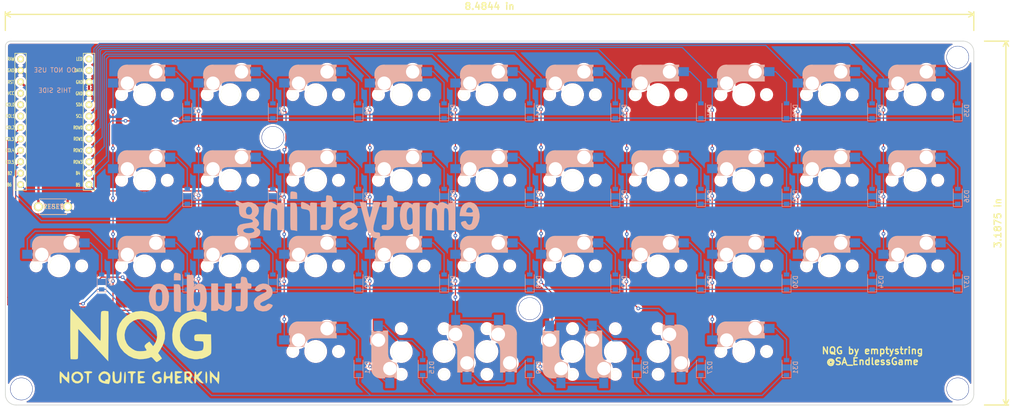
<source format=kicad_pcb>
(kicad_pcb (version 20171130) (host pcbnew "(5.1.0-0)")
  (layers (0 F.Cu signal) (31 B.Cu signal) (34 B.Paste user) (35 F.Paste user) (36 B.SilkS user) (37 F.SilkS user) (38 B.Mask user) (39 F.Mask user) (44 Edge.Cuts user))
  (net 0 "")
  (net 1 row2)
  (net 2 "Net-(D1-Pad2)")
  (net 3 "Net-(D2-Pad2)")
  (net 4 row0)
  (net 5 row1)
  (net 6 "Net-(D3-Pad2)")
  (net 7 "Net-(D4-Pad2)")
  (net 8 "Net-(D5-Pad2)")
  (net 9 "Net-(D6-Pad2)")
  (net 10 "Net-(D7-Pad2)")
  (net 11 "Net-(D8-Pad2)")
  (net 12 "Net-(D9-Pad2)")
  (net 13 "Net-(D10-Pad2)")
  (net 14 "Net-(D12-Pad2)")
  (net 15 "Net-(D13-Pad2)")
  (net 16 row3)
  (net 17 "Net-(D14-Pad2)")
  (net 18 "Net-(D15-Pad2)")
  (net 19 "Net-(D16-Pad2)")
  (net 20 "Net-(D17-Pad2)")
  (net 21 "Net-(D18-Pad2)")
  (net 22 "Net-(D19-Pad2)")
  (net 23 "Net-(D20-Pad2)")
  (net 24 "Net-(D21-Pad2)")
  (net 25 "Net-(D22-Pad2)")
  (net 26 "Net-(D23-Pad2)")
  (net 27 "Net-(D24-Pad2)")
  (net 28 "Net-(D25-Pad2)")
  (net 29 "Net-(D26-Pad2)")
  (net 30 "Net-(D27-Pad2)")
  (net 31 "Net-(D28-Pad2)")
  (net 32 "Net-(D29-Pad2)")
  (net 33 "Net-(D30-Pad2)")
  (net 34 "Net-(D31-Pad2)")
  (net 35 "Net-(D32-Pad2)")
  (net 36 "Net-(D33-Pad2)")
  (net 37 "Net-(D34-Pad2)")
  (net 38 "Net-(D35-Pad2)")
  (net 39 col0)
  (net 40 col1)
  (net 41 col2)
  (net 42 col3)
  (net 43 col4)
  (net 44 col5)
  (net 45 col6)
  (net 46 col7)
  (net 47 col8)
  (net 48 col9)
  (net 49 GND)
  (net 50 reset)
  (net 51 "Net-(U1-Pad24)")
  (net 52 VCC)
  (net 53 "Net-(U1-Pad20)")
  (net 54 "Net-(U1-Pad19)")
  (net 55 "Net-(U1-Pad2)")
  (net 56 "Net-(U1-Pad1)")
  (net 57 "Net-(D11-Pad2)")
  (net 58 "Net-(D37-Pad2)")
  (net 59 "Net-(D36-Pad2)")
  (module kbd:CherryMX_Hotswap_Back (layer F.Cu) (at 304.80128 152.40064)
    (fp_text reference SW29 hide)
    (fp_text value SW_PUSH hide)
    (pad 1 smd rect (at -7 -2.58 180) (size 2.3 2) (layers B.Cu B.Paste B.Mask) (net 46 col7))
    (pad "" np_thru_hole circle (at -3.81 -2.54 180) (size 3 3) (drill 3) (layers *.Cu *.Mask))
    (pad "" np_thru_hole circle (at 2.54 -5.08 180) (size 3 3) (drill 3) (layers *.Cu *.Mask))
    (pad "" np_thru_hole circle (at 0 0 90) (size 4.1 4.1) (drill 4.1) (layers *.Cu *.Mask F.SilkS))
    (pad "" np_thru_hole circle (at 5.08 0) (size 1.9 1.9) (drill 1.9) (layers *.Cu *.Mask F.SilkS))
    (pad "" np_thru_hole circle (at -5.08 0) (size 1.9 1.9) (drill 1.9) (layers *.Cu *.Mask F.SilkS))
    (pad 2 smd rect (at 5.7 -5.12 180) (size 2.3 2) (layers B.Cu B.Paste B.Mask) (net 32 "Net-(D29-Pad2)"))
  )
  (module Diode_SMD:D_SOD-123 (layer B.Cu) (at 352.42648 155.97253 90)
    (fp_text reference D36 (at 0 2 90) (layer B.SilkS) (effects (justify mirror)))
    (fp_text value D)
    (pad 2 smd rect (at 1.65 0 90) (size 0.9 1.2) (layers B.Cu B.Paste B.Mask) (net 59 "Net-(D36-Pad2)"))
    (pad 1 smd rect (at -1.65 0 90) (size 0.9 1.2) (layers B.Cu B.Paste B.Mask) (net 5 row1))
  )
  (module Diode_SMD:D_SOD-123 (layer B.Cu) (at 352.42648 175.02261 90)
    (fp_text reference D37 (at 0 2 90) (layer B.SilkS) (effects (justify mirror)))
    (fp_text value D)
    (pad 1 smd rect (at -1.65 0 90) (size 0.9 1.2) (layers B.Cu B.Paste B.Mask) (net 1 row2))
    (pad 2 smd rect (at 1.65 0 90) (size 0.9 1.2) (layers B.Cu B.Paste B.Mask) (net 58 "Net-(D37-Pad2)"))
  )
  (module kbd:CherryMX_Hotswap_Back (layer F.Cu) (at 304.8 171.45072)
    (fp_text reference SW30 hide)
    (fp_text value SW_PUSH hide)
    (pad 1 smd rect (at -7 -2.58 180) (size 2.3 2) (layers B.Cu B.Paste B.Mask) (net 46 col7))
    (pad "" np_thru_hole circle (at -3.81 -2.54 180) (size 3 3) (drill 3) (layers *.Cu *.Mask))
    (pad "" np_thru_hole circle (at 2.54 -5.08 180) (size 3 3) (drill 3) (layers *.Cu *.Mask))
    (pad "" np_thru_hole circle (at 0 0 90) (size 4.1 4.1) (drill 4.1) (layers *.Cu *.Mask F.SilkS))
    (pad "" np_thru_hole circle (at 5.08 0) (size 1.9 1.9) (drill 1.9) (layers *.Cu *.Mask F.SilkS))
    (pad "" np_thru_hole circle (at -5.08 0) (size 1.9 1.9) (drill 1.9) (layers *.Cu *.Mask F.SilkS))
    (pad 2 smd rect (at 5.7 -5.12 180) (size 2.3 2) (layers B.Cu B.Paste B.Mask) (net 33 "Net-(D30-Pad2)"))
  )
  (module kbd:CherryMX_Hotswap_Back (layer F.Cu) (at 323.85136 171.45072)
    (fp_text reference SW34 hide)
    (fp_text value SW_PUSH hide)
    (pad 1 smd rect (at -7 -2.58 180) (size 2.3 2) (layers B.Cu B.Paste B.Mask) (net 47 col8))
    (pad "" np_thru_hole circle (at -3.81 -2.54 180) (size 3 3) (drill 3) (layers *.Cu *.Mask))
    (pad "" np_thru_hole circle (at 2.54 -5.08 180) (size 3 3) (drill 3) (layers *.Cu *.Mask))
    (pad "" np_thru_hole circle (at 0 0 90) (size 4.1 4.1) (drill 4.1) (layers *.Cu *.Mask F.SilkS))
    (pad "" np_thru_hole circle (at 5.08 0) (size 1.9 1.9) (drill 1.9) (layers *.Cu *.Mask F.SilkS))
    (pad "" np_thru_hole circle (at -5.08 0) (size 1.9 1.9) (drill 1.9) (layers *.Cu *.Mask F.SilkS))
    (pad 2 smd rect (at 5.7 -5.12 180) (size 2.3 2) (layers B.Cu B.Paste B.Mask) (net 37 "Net-(D34-Pad2)"))
  )
  (module kbd:CherryMX_Hotswap_Back (layer F.Cu) (at 238.126 190.5008 270)
    (fp_text reference SW38 hide)
    (fp_text value SW_PUSH hide)
    (pad 2 smd rect (at 5.7 -5.12 90) (size 2.3 2) (layers B.Cu B.Paste B.Mask) (net 22 "Net-(D19-Pad2)"))
    (pad "" np_thru_hole circle (at -5.08 0 270) (size 1.9 1.9) (drill 1.9) (layers *.Cu *.Mask F.SilkS))
    (pad "" np_thru_hole circle (at 5.08 0 270) (size 1.9 1.9) (drill 1.9) (layers *.Cu *.Mask F.SilkS))
    (pad "" np_thru_hole circle (at 0 0) (size 4.1 4.1) (drill 4.1) (layers *.Cu *.Mask F.SilkS))
    (pad "" np_thru_hole circle (at 2.54 -5.08 90) (size 3 3) (drill 3) (layers *.Cu *.Mask))
    (pad "" np_thru_hole circle (at -3.81 -2.54 90) (size 3 3) (drill 3) (layers *.Cu *.Mask))
    (pad 1 smd rect (at -7 -2.58 90) (size 2.3 2) (layers B.Cu B.Paste B.Mask) (net 43 col4))
  )
  (module Diode_SMD:D_SOD-123 (layer B.Cu) (at 180.97576 136.92245 90)
    (fp_text reference D1 (at 0 2 90) (layer B.SilkS) (effects (justify mirror)))
    (fp_text value D)
    (pad 1 smd rect (at -1.65 0 90) (size 0.9 1.2) (layers B.Cu B.Paste B.Mask) (net 4 row0))
    (pad 2 smd rect (at 1.65 0 90) (size 0.9 1.2) (layers B.Cu B.Paste B.Mask) (net 2 "Net-(D1-Pad2)"))
  )
  (module Diode_SMD:D_SOD-123 (layer B.Cu) (at 180.97425 155.97253 90)
    (fp_text reference D2 (at 0 2 90) (layer B.SilkS) (effects (justify mirror)))
    (fp_text value D)
    (pad 2 smd rect (at 1.65 0 90) (size 0.9 1.2) (layers B.Cu B.Paste B.Mask) (net 3 "Net-(D2-Pad2)"))
    (pad 1 smd rect (at -1.65 0 90) (size 0.9 1.2) (layers B.Cu B.Paste B.Mask) (net 5 row1))
  )
  (module Diode_SMD:D_SOD-123 (layer B.Cu) (at 180.97425 175.02261 90)
    (fp_text reference D3 (at 0 2 90) (layer B.SilkS) (effects (justify mirror)))
    (fp_text value D)
    (pad 1 smd rect (at -1.65 0 90) (size 0.9 1.2) (layers B.Cu B.Paste B.Mask) (net 1 row2))
    (pad 2 smd rect (at 1.65 0 90) (size 0.9 1.2) (layers B.Cu B.Paste B.Mask) (net 6 "Net-(D3-Pad2)"))
  )
  (module Diode_SMD:D_SOD-123 (layer B.Cu) (at 161.92568 175.02261 90)
    (fp_text reference D4 (at 0 2 90) (layer B.SilkS) (effects (justify mirror)))
    (fp_text value D)
    (pad 1 smd rect (at -1.65 0 90) (size 0.9 1.2) (layers B.Cu B.Paste B.Mask) (net 16 row3))
    (pad 2 smd rect (at 1.65 0 90) (size 0.9 1.2) (layers B.Cu B.Paste B.Mask) (net 7 "Net-(D4-Pad2)"))
  )
  (module Diode_SMD:D_SOD-123 (layer B.Cu) (at 200.02425 136.92245 90)
    (fp_text reference D5 (at 0 2 90) (layer B.SilkS) (effects (justify mirror)))
    (fp_text value D)
    (pad 1 smd rect (at -1.65 0 90) (size 0.9 1.2) (layers B.Cu B.Paste B.Mask) (net 4 row0))
    (pad 2 smd rect (at 1.65 0 90) (size 0.9 1.2) (layers B.Cu B.Paste B.Mask) (net 8 "Net-(D5-Pad2)"))
  )
  (module Diode_SMD:D_SOD-123 (layer B.Cu) (at 200.02584 155.97253 90)
    (fp_text reference D6 (at 0 2 90) (layer B.SilkS) (effects (justify mirror)))
    (fp_text value D)
    (pad 2 smd rect (at 1.65 0 90) (size 0.9 1.2) (layers B.Cu B.Paste B.Mask) (net 9 "Net-(D6-Pad2)"))
    (pad 1 smd rect (at -1.65 0 90) (size 0.9 1.2) (layers B.Cu B.Paste B.Mask) (net 5 row1))
  )
  (module Diode_SMD:D_SOD-123 (layer B.Cu) (at 200.02425 175.02261 90)
    (fp_text reference D7 (at 0 2 90) (layer B.SilkS) (effects (justify mirror)))
    (fp_text value D)
    (pad 2 smd rect (at 1.65 0 90) (size 0.9 1.2) (layers B.Cu B.Paste B.Mask) (net 10 "Net-(D7-Pad2)"))
    (pad 1 smd rect (at -1.65 0 90) (size 0.9 1.2) (layers B.Cu B.Paste B.Mask) (net 1 row2))
  )
  (module Diode_SMD:D_SOD-123 (layer B.Cu) (at 219.07425 136.92245 90)
    (fp_text reference D8 (at 0 2 90) (layer B.SilkS) (effects (justify mirror)))
    (fp_text value D)
    (pad 1 smd rect (at -1.65 0 90) (size 0.9 1.2) (layers B.Cu B.Paste B.Mask) (net 4 row0))
    (pad 2 smd rect (at 1.65 0 90) (size 0.9 1.2) (layers B.Cu B.Paste B.Mask) (net 11 "Net-(D8-Pad2)"))
  )
  (module Diode_SMD:D_SOD-123 (layer B.Cu) (at 219.07425 155.97253 90)
    (fp_text reference D9 (at 0 2 90) (layer B.SilkS) (effects (justify mirror)))
    (fp_text value D)
    (pad 1 smd rect (at -1.65 0 90) (size 0.9 1.2) (layers B.Cu B.Paste B.Mask) (net 5 row1))
    (pad 2 smd rect (at 1.65 0 90) (size 0.9 1.2) (layers B.Cu B.Paste B.Mask) (net 12 "Net-(D9-Pad2)"))
  )
  (module Diode_SMD:D_SOD-123 (layer B.Cu) (at 219.07425 175.02261 90)
    (fp_text reference D10 (at 0 2 90) (layer B.SilkS) (effects (justify mirror)))
    (fp_text value D)
    (pad 1 smd rect (at -1.65 0 90) (size 0.9 1.2) (layers B.Cu B.Paste B.Mask) (net 1 row2))
    (pad 2 smd rect (at 1.65 0 90) (size 0.9 1.2) (layers B.Cu B.Paste B.Mask) (net 13 "Net-(D10-Pad2)"))
  )
  (module Diode_SMD:D_SOD-123 (layer B.Cu) (at 219.07592 194.07269 90)
    (fp_text reference D11 (at 0 2 90) (layer B.SilkS) (effects (justify mirror)))
    (fp_text value D)
    (pad 2 smd rect (at 1.65 0 90) (size 0.9 1.2) (layers B.Cu B.Paste B.Mask) (net 57 "Net-(D11-Pad2)"))
    (pad 1 smd rect (at -1.65 0 90) (size 0.9 1.2) (layers B.Cu B.Paste B.Mask) (net 16 row3))
  )
  (module Diode_SMD:D_SOD-123 (layer B.Cu) (at 238.12425 136.92245 90)
    (fp_text reference D12 (at 0 2 90) (layer B.SilkS) (effects (justify mirror)))
    (fp_text value D)
    (pad 2 smd rect (at 1.65 0 90) (size 0.9 1.2) (layers B.Cu B.Paste B.Mask) (net 14 "Net-(D12-Pad2)"))
    (pad 1 smd rect (at -1.65 0 90) (size 0.9 1.2) (layers B.Cu B.Paste B.Mask) (net 4 row0))
  )
  (module Diode_SMD:D_SOD-123 (layer B.Cu) (at 238.126 155.97253 90)
    (fp_text reference D13 (at 0 2 90) (layer B.SilkS) (effects (justify mirror)))
    (fp_text value D)
    (pad 2 smd rect (at 1.65 0 90) (size 0.9 1.2) (layers B.Cu B.Paste B.Mask) (net 15 "Net-(D13-Pad2)"))
    (pad 1 smd rect (at -1.65 0 90) (size 0.9 1.2) (layers B.Cu B.Paste B.Mask) (net 5 row1))
  )
  (module Diode_SMD:D_SOD-123 (layer B.Cu) (at 238.12425 175.02261 90)
    (fp_text reference D14 (at 0 2 90) (layer B.SilkS) (effects (justify mirror)))
    (fp_text value D)
    (pad 1 smd rect (at -1.65 0 90) (size 0.9 1.2) (layers B.Cu B.Paste B.Mask) (net 1 row2))
    (pad 2 smd rect (at 1.65 0 90) (size 0.9 1.2) (layers B.Cu B.Paste B.Mask) (net 17 "Net-(D14-Pad2)"))
  )
  (module Diode_SMD:D_SOD-123 (layer B.Cu) (at 233.36348 194.07269 90)
    (fp_text reference D15 (at 0 2 90) (layer B.SilkS) (effects (justify mirror)))
    (fp_text value D)
    (pad 1 smd rect (at -1.65 0 90) (size 0.9 1.2) (layers B.Cu B.Paste B.Mask) (net 16 row3))
    (pad 2 smd rect (at 1.65 0 90) (size 0.9 1.2) (layers B.Cu B.Paste B.Mask) (net 18 "Net-(D15-Pad2)"))
  )
  (module Diode_SMD:D_SOD-123 (layer B.Cu) (at 257.17425 136.92245 90)
    (fp_text reference D16 (at 0 2 90) (layer B.SilkS) (effects (justify mirror)))
    (fp_text value D)
    (pad 1 smd rect (at -1.65 0 90) (size 0.9 1.2) (layers B.Cu B.Paste B.Mask) (net 4 row0))
    (pad 2 smd rect (at 1.65 0 90) (size 0.9 1.2) (layers B.Cu B.Paste B.Mask) (net 19 "Net-(D16-Pad2)"))
  )
  (module Diode_SMD:D_SOD-123 (layer B.Cu) (at 257.17608 155.97253 90)
    (fp_text reference D17 (at 0 2 90) (layer B.SilkS) (effects (justify mirror)))
    (fp_text value D)
    (pad 1 smd rect (at -1.65 0 90) (size 0.9 1.2) (layers B.Cu B.Paste B.Mask) (net 5 row1))
    (pad 2 smd rect (at 1.65 0 90) (size 0.9 1.2) (layers B.Cu B.Paste B.Mask) (net 20 "Net-(D17-Pad2)"))
  )
  (module Diode_SMD:D_SOD-123 (layer B.Cu) (at 257.17425 175.02261 90)
    (fp_text reference D18 (at 0 2 90) (layer B.SilkS) (effects (justify mirror)))
    (fp_text value D)
    (pad 2 smd rect (at 1.65 0 90) (size 0.9 1.2) (layers B.Cu B.Paste B.Mask) (net 21 "Net-(D18-Pad2)"))
    (pad 1 smd rect (at -1.65 0 90) (size 0.9 1.2) (layers B.Cu B.Paste B.Mask) (net 1 row2))
  )
  (module Diode_SMD:D_SOD-123 (layer B.Cu) (at 257.17608 194.07269 90)
    (fp_text reference D19 (at 0 2 90) (layer B.SilkS) (effects (justify mirror)))
    (fp_text value D)
    (pad 2 smd rect (at 1.65 0 90) (size 0.9 1.2) (layers B.Cu B.Paste B.Mask) (net 22 "Net-(D19-Pad2)"))
    (pad 1 smd rect (at -1.65 0 90) (size 0.9 1.2) (layers B.Cu B.Paste B.Mask) (net 16 row3))
  )
  (module Diode_SMD:D_SOD-123 (layer B.Cu) (at 276.22616 136.92245 90)
    (fp_text reference D20 (at 0 2 90) (layer B.SilkS) (effects (justify mirror)))
    (fp_text value D)
    (pad 2 smd rect (at 1.65 0 90) (size 0.9 1.2) (layers B.Cu B.Paste B.Mask) (net 23 "Net-(D20-Pad2)"))
    (pad 1 smd rect (at -1.65 0 90) (size 0.9 1.2) (layers B.Cu B.Paste B.Mask) (net 4 row0))
  )
  (module Diode_SMD:D_SOD-123 (layer B.Cu) (at 276.22616 155.97253 90)
    (fp_text reference D21 (at 0 2 90) (layer B.SilkS) (effects (justify mirror)))
    (fp_text value D)
    (pad 2 smd rect (at 1.65 0 90) (size 0.9 1.2) (layers B.Cu B.Paste B.Mask) (net 24 "Net-(D21-Pad2)"))
    (pad 1 smd rect (at -1.65 0 90) (size 0.9 1.2) (layers B.Cu B.Paste B.Mask) (net 5 row1))
  )
  (module Diode_SMD:D_SOD-123 (layer B.Cu) (at 276.22616 175.02261 90)
    (fp_text reference D22 (at 0 2 90) (layer B.SilkS) (effects (justify mirror)))
    (fp_text value D)
    (pad 1 smd rect (at -1.65 0 90) (size 0.9 1.2) (layers B.Cu B.Paste B.Mask) (net 1 row2))
    (pad 2 smd rect (at 1.65 0 90) (size 0.9 1.2) (layers B.Cu B.Paste B.Mask) (net 25 "Net-(D22-Pad2)"))
  )
  (module Diode_SMD:D_SOD-123 (layer B.Cu) (at 280.98868 194.07269 90)
    (fp_text reference D23 (at 0 2 90) (layer B.SilkS) (effects (justify mirror)))
    (fp_text value D)
    (pad 1 smd rect (at -1.65 0 90) (size 0.9 1.2) (layers B.Cu B.Paste B.Mask) (net 16 row3))
    (pad 2 smd rect (at 1.65 0 90) (size 0.9 1.2) (layers B.Cu B.Paste B.Mask) (net 26 "Net-(D23-Pad2)"))
  )
  (module Diode_SMD:D_SOD-123 (layer B.Cu) (at 295.27425 136.92245 90)
    (fp_text reference D24 (at 0 2 90) (layer B.SilkS) (effects (justify mirror)))
    (fp_text value D)
    (pad 1 smd rect (at -1.65 0 90) (size 0.9 1.2) (layers B.Cu B.Paste B.Mask) (net 4 row0))
    (pad 2 smd rect (at 1.65 0 90) (size 0.9 1.2) (layers B.Cu B.Paste B.Mask) (net 27 "Net-(D24-Pad2)"))
  )
  (module Diode_SMD:D_SOD-123 (layer B.Cu) (at 295.27425 155.97253 90)
    (fp_text reference D25 (at 0 2 90) (layer B.SilkS) (effects (justify mirror)))
    (fp_text value D)
    (pad 1 smd rect (at -1.65 0 90) (size 0.9 1.2) (layers B.Cu B.Paste B.Mask) (net 5 row1))
    (pad 2 smd rect (at 1.65 0 90) (size 0.9 1.2) (layers B.Cu B.Paste B.Mask) (net 28 "Net-(D25-Pad2)"))
  )
  (module Diode_SMD:D_SOD-123 (layer B.Cu) (at 295.27624 175.02261 90)
    (fp_text reference D26 (at 0 2 90) (layer B.SilkS) (effects (justify mirror)))
    (fp_text value D)
    (pad 2 smd rect (at 1.65 0 90) (size 0.9 1.2) (layers B.Cu B.Paste B.Mask) (net 29 "Net-(D26-Pad2)"))
    (pad 1 smd rect (at -1.65 0 90) (size 0.9 1.2) (layers B.Cu B.Paste B.Mask) (net 1 row2))
  )
  (module Diode_SMD:D_SOD-123 (layer B.Cu) (at 295.27624 194.07269 90)
    (fp_text reference D27 (at 0 2 90) (layer B.SilkS) (effects (justify mirror)))
    (fp_text value D)
    (pad 2 smd rect (at 1.65 0 90) (size 0.9 1.2) (layers B.Cu B.Paste B.Mask) (net 30 "Net-(D27-Pad2)"))
    (pad 1 smd rect (at -1.65 0 90) (size 0.9 1.2) (layers B.Cu B.Paste B.Mask) (net 16 row3))
  )
  (module Diode_SMD:D_SOD-123 (layer B.Cu) (at 314.32425 136.92245 90)
    (fp_text reference D28 (at 0 2 90) (layer B.SilkS) (effects (justify mirror)))
    (fp_text value D)
    (pad 2 smd rect (at 1.65 0 90) (size 0.9 1.2) (layers B.Cu B.Paste B.Mask) (net 31 "Net-(D28-Pad2)"))
    (pad 1 smd rect (at -1.65 0 90) (size 0.9 1.2) (layers B.Cu B.Paste B.Mask) (net 4 row0))
  )
  (module Diode_SMD:D_SOD-123 (layer B.Cu) (at 314.32425 155.97253 90)
    (fp_text reference D29 (at 0 2 90) (layer B.SilkS) (effects (justify mirror)))
    (fp_text value D)
    (pad 2 smd rect (at 1.65 0 90) (size 0.9 1.2) (layers B.Cu B.Paste B.Mask) (net 32 "Net-(D29-Pad2)"))
    (pad 1 smd rect (at -1.65 0 90) (size 0.9 1.2) (layers B.Cu B.Paste B.Mask) (net 5 row1))
  )
  (module Diode_SMD:D_SOD-123 (layer B.Cu) (at 314.32632 175.02261 90)
    (fp_text reference D30 (at 0 2 90) (layer B.SilkS) (effects (justify mirror)))
    (fp_text value D)
    (pad 1 smd rect (at -1.65 0 90) (size 0.9 1.2) (layers B.Cu B.Paste B.Mask) (net 1 row2))
    (pad 2 smd rect (at 1.65 0 90) (size 0.9 1.2) (layers B.Cu B.Paste B.Mask) (net 33 "Net-(D30-Pad2)"))
  )
  (module Diode_SMD:D_SOD-123 (layer B.Cu) (at 314.32632 194.07269 90)
    (fp_text reference D31 (at 0 2 90) (layer B.SilkS) (effects (justify mirror)))
    (fp_text value D)
    (pad 1 smd rect (at -1.65 0 90) (size 0.9 1.2) (layers B.Cu B.Paste B.Mask) (net 16 row3))
    (pad 2 smd rect (at 1.65 0 90) (size 0.9 1.2) (layers B.Cu B.Paste B.Mask) (net 34 "Net-(D31-Pad2)"))
  )
  (module Diode_SMD:D_SOD-123 (layer B.Cu) (at 333.37425 136.92245 90)
    (fp_text reference D32 (at 0 2 90) (layer B.SilkS) (effects (justify mirror)))
    (fp_text value D)
    (pad 1 smd rect (at -1.65 0 90) (size 0.9 1.2) (layers B.Cu B.Paste B.Mask) (net 4 row0))
    (pad 2 smd rect (at 1.65 0 90) (size 0.9 1.2) (layers B.Cu B.Paste B.Mask) (net 35 "Net-(D32-Pad2)"))
  )
  (module Diode_SMD:D_SOD-123 (layer B.Cu) (at 333.3764 155.97253 90)
    (fp_text reference D33 (at 0 2 90) (layer B.SilkS) (effects (justify mirror)))
    (fp_text value D)
    (pad 2 smd rect (at 1.65 0 90) (size 0.9 1.2) (layers B.Cu B.Paste B.Mask) (net 36 "Net-(D33-Pad2)"))
    (pad 1 smd rect (at -1.65 0 90) (size 0.9 1.2) (layers B.Cu B.Paste B.Mask) (net 5 row1))
  )
  (module Diode_SMD:D_SOD-123 (layer B.Cu) (at 333.3764 175.02261 90)
    (fp_text reference D34 (at 0 2 90) (layer B.SilkS) (effects (justify mirror)))
    (fp_text value D)
    (pad 2 smd rect (at 1.65 0 90) (size 0.9 1.2) (layers B.Cu B.Paste B.Mask) (net 37 "Net-(D34-Pad2)"))
    (pad 1 smd rect (at -1.65 0 90) (size 0.9 1.2) (layers B.Cu B.Paste B.Mask) (net 1 row2))
  )
  (module Diode_SMD:D_SOD-123 (layer B.Cu) (at 352.42425 136.92245 90)
    (fp_text reference D35 (at 0 2 90) (layer B.SilkS) (effects (justify mirror)))
    (fp_text value D)
    (pad 2 smd rect (at 1.65 0 90) (size 0.9 1.2) (layers B.Cu B.Paste B.Mask) (net 38 "Net-(D35-Pad2)"))
    (pad 1 smd rect (at -1.65 0 90) (size 0.9 1.2) (layers B.Cu B.Paste B.Mask) (net 4 row0))
  )
  (module kbd:CherryMX_Hotswap_Back (layer F.Cu) (at 171.45072 133.35056)
    (fp_text reference SW1 hide)
    (fp_text value SW_PUSH hide)
    (pad 1 smd rect (at -7 -2.58 180) (size 2.3 2) (layers B.Cu B.Paste B.Mask) (net 39 col0))
    (pad "" np_thru_hole circle (at -3.81 -2.54 180) (size 3 3) (drill 3) (layers *.Cu *.Mask))
    (pad "" np_thru_hole circle (at 2.54 -5.08 180) (size 3 3) (drill 3) (layers *.Cu *.Mask))
    (pad "" np_thru_hole circle (at 0 0 90) (size 4.1 4.1) (drill 4.1) (layers *.Cu *.Mask F.SilkS))
    (pad "" np_thru_hole circle (at 5.08 0) (size 1.9 1.9) (drill 1.9) (layers *.Cu *.Mask F.SilkS))
    (pad "" np_thru_hole circle (at -5.08 0) (size 1.9 1.9) (drill 1.9) (layers *.Cu *.Mask F.SilkS))
    (pad 2 smd rect (at 5.7 -5.12 180) (size 2.3 2) (layers B.Cu B.Paste B.Mask) (net 2 "Net-(D1-Pad2)"))
  )
  (module kbd:CherryMX_Hotswap_Back (layer F.Cu) (at 171.45072 152.40064)
    (fp_text reference SW2 hide)
    (fp_text value SW_PUSH hide)
    (pad 1 smd rect (at -7 -2.58 180) (size 2.3 2) (layers B.Cu B.Paste B.Mask) (net 39 col0))
    (pad "" np_thru_hole circle (at -3.81 -2.54 180) (size 3 3) (drill 3) (layers *.Cu *.Mask))
    (pad "" np_thru_hole circle (at 2.54 -5.08 180) (size 3 3) (drill 3) (layers *.Cu *.Mask))
    (pad "" np_thru_hole circle (at 0 0 90) (size 4.1 4.1) (drill 4.1) (layers *.Cu *.Mask F.SilkS))
    (pad "" np_thru_hole circle (at 5.08 0) (size 1.9 1.9) (drill 1.9) (layers *.Cu *.Mask F.SilkS))
    (pad "" np_thru_hole circle (at -5.08 0) (size 1.9 1.9) (drill 1.9) (layers *.Cu *.Mask F.SilkS))
    (pad 2 smd rect (at 5.7 -5.12 180) (size 2.3 2) (layers B.Cu B.Paste B.Mask) (net 3 "Net-(D2-Pad2)"))
  )
  (module kbd:CherryMX_Hotswap_Back (layer F.Cu) (at 171.45 171.45072)
    (fp_text reference SW3 hide)
    (fp_text value SW_PUSH hide)
    (pad 1 smd rect (at -7 -2.58 180) (size 2.3 2) (layers B.Cu B.Paste B.Mask) (net 39 col0))
    (pad "" np_thru_hole circle (at -3.81 -2.54 180) (size 3 3) (drill 3) (layers *.Cu *.Mask))
    (pad "" np_thru_hole circle (at 2.54 -5.08 180) (size 3 3) (drill 3) (layers *.Cu *.Mask))
    (pad "" np_thru_hole circle (at 0 0 90) (size 4.1 4.1) (drill 4.1) (layers *.Cu *.Mask F.SilkS))
    (pad "" np_thru_hole circle (at 5.08 0) (size 1.9 1.9) (drill 1.9) (layers *.Cu *.Mask F.SilkS))
    (pad "" np_thru_hole circle (at -5.08 0) (size 1.9 1.9) (drill 1.9) (layers *.Cu *.Mask F.SilkS))
    (pad 2 smd rect (at 5.7 -5.12 180) (size 2.3 2) (layers B.Cu B.Paste B.Mask) (net 6 "Net-(D3-Pad2)"))
  )
  (module kbd:CherryMX_Hotswap_Back (layer F.Cu) (at 152.40064 171.45072)
    (fp_text reference SW4 hide)
    (fp_text value SW_PUSH hide)
    (pad 1 smd rect (at -7 -2.58 180) (size 2.3 2) (layers B.Cu B.Paste B.Mask) (net 39 col0))
    (pad "" np_thru_hole circle (at -3.81 -2.54 180) (size 3 3) (drill 3) (layers *.Cu *.Mask))
    (pad "" np_thru_hole circle (at 2.54 -5.08 180) (size 3 3) (drill 3) (layers *.Cu *.Mask))
    (pad "" np_thru_hole circle (at 0 0 90) (size 4.1 4.1) (drill 4.1) (layers *.Cu *.Mask F.SilkS))
    (pad "" np_thru_hole circle (at 5.08 0) (size 1.9 1.9) (drill 1.9) (layers *.Cu *.Mask F.SilkS))
    (pad "" np_thru_hole circle (at -5.08 0) (size 1.9 1.9) (drill 1.9) (layers *.Cu *.Mask F.SilkS))
    (pad 2 smd rect (at 5.7 -5.12 180) (size 2.3 2) (layers B.Cu B.Paste B.Mask) (net 7 "Net-(D4-Pad2)"))
  )
  (module kbd:CherryMX_Hotswap_Back (layer F.Cu) (at 190.5 133.35)
    (fp_text reference SW5 hide)
    (fp_text value SW_PUSH hide)
    (pad 2 smd rect (at 5.7 -5.12 180) (size 2.3 2) (layers B.Cu B.Paste B.Mask) (net 8 "Net-(D5-Pad2)"))
    (pad "" np_thru_hole circle (at -5.08 0) (size 1.9 1.9) (drill 1.9) (layers *.Cu *.Mask F.SilkS))
    (pad "" np_thru_hole circle (at 5.08 0) (size 1.9 1.9) (drill 1.9) (layers *.Cu *.Mask F.SilkS))
    (pad "" np_thru_hole circle (at 0 0 90) (size 4.1 4.1) (drill 4.1) (layers *.Cu *.Mask F.SilkS))
    (pad "" np_thru_hole circle (at 2.54 -5.08 180) (size 3 3) (drill 3) (layers *.Cu *.Mask))
    (pad "" np_thru_hole circle (at -3.81 -2.54 180) (size 3 3) (drill 3) (layers *.Cu *.Mask))
    (pad 1 smd rect (at -7 -2.58 180) (size 2.3 2) (layers B.Cu B.Paste B.Mask) (net 40 col1))
  )
  (module kbd:CherryMX_Hotswap_Back (layer F.Cu) (at 190.5 152.4)
    (fp_text reference SW6 hide)
    (fp_text value SW_PUSH hide)
    (pad 2 smd rect (at 5.7 -5.12 180) (size 2.3 2) (layers B.Cu B.Paste B.Mask) (net 9 "Net-(D6-Pad2)"))
    (pad "" np_thru_hole circle (at -5.08 0) (size 1.9 1.9) (drill 1.9) (layers *.Cu *.Mask F.SilkS))
    (pad "" np_thru_hole circle (at 5.08 0) (size 1.9 1.9) (drill 1.9) (layers *.Cu *.Mask F.SilkS))
    (pad "" np_thru_hole circle (at 0 0 90) (size 4.1 4.1) (drill 4.1) (layers *.Cu *.Mask F.SilkS))
    (pad "" np_thru_hole circle (at 2.54 -5.08 180) (size 3 3) (drill 3) (layers *.Cu *.Mask))
    (pad "" np_thru_hole circle (at -3.81 -2.54 180) (size 3 3) (drill 3) (layers *.Cu *.Mask))
    (pad 1 smd rect (at -7 -2.58 180) (size 2.3 2) (layers B.Cu B.Paste B.Mask) (net 40 col1))
  )
  (module kbd:CherryMX_Hotswap_Back (layer F.Cu) (at 190.5 171.45)
    (fp_text reference SW7 hide)
    (fp_text value SW_PUSH hide)
    (pad 2 smd rect (at 5.7 -5.12 180) (size 2.3 2) (layers B.Cu B.Paste B.Mask) (net 10 "Net-(D7-Pad2)"))
    (pad "" np_thru_hole circle (at -5.08 0) (size 1.9 1.9) (drill 1.9) (layers *.Cu *.Mask F.SilkS))
    (pad "" np_thru_hole circle (at 5.08 0) (size 1.9 1.9) (drill 1.9) (layers *.Cu *.Mask F.SilkS))
    (pad "" np_thru_hole circle (at 0 0 90) (size 4.1 4.1) (drill 4.1) (layers *.Cu *.Mask F.SilkS))
    (pad "" np_thru_hole circle (at 2.54 -5.08 180) (size 3 3) (drill 3) (layers *.Cu *.Mask))
    (pad "" np_thru_hole circle (at -3.81 -2.54 180) (size 3 3) (drill 3) (layers *.Cu *.Mask))
    (pad 1 smd rect (at -7 -2.58 180) (size 2.3 2) (layers B.Cu B.Paste B.Mask) (net 40 col1))
  )
  (module kbd:CherryMX_Hotswap_Back (layer F.Cu) (at 209.55 133.35)
    (fp_text reference SW8 hide)
    (fp_text value SW_PUSH hide)
    (pad 1 smd rect (at -7 -2.58 180) (size 2.3 2) (layers B.Cu B.Paste B.Mask) (net 41 col2))
    (pad "" np_thru_hole circle (at -3.81 -2.54 180) (size 3 3) (drill 3) (layers *.Cu *.Mask))
    (pad "" np_thru_hole circle (at 2.54 -5.08 180) (size 3 3) (drill 3) (layers *.Cu *.Mask))
    (pad "" np_thru_hole circle (at 0 0 90) (size 4.1 4.1) (drill 4.1) (layers *.Cu *.Mask F.SilkS))
    (pad "" np_thru_hole circle (at 5.08 0) (size 1.9 1.9) (drill 1.9) (layers *.Cu *.Mask F.SilkS))
    (pad "" np_thru_hole circle (at -5.08 0) (size 1.9 1.9) (drill 1.9) (layers *.Cu *.Mask F.SilkS))
    (pad 2 smd rect (at 5.7 -5.12 180) (size 2.3 2) (layers B.Cu B.Paste B.Mask) (net 11 "Net-(D8-Pad2)"))
  )
  (module kbd:CherryMX_Hotswap_Back (layer F.Cu) (at 209.55 152.4)
    (fp_text reference SW9 hide)
    (fp_text value SW_PUSH hide)
    (pad 1 smd rect (at -7 -2.58 180) (size 2.3 2) (layers B.Cu B.Paste B.Mask) (net 41 col2))
    (pad "" np_thru_hole circle (at -3.81 -2.54 180) (size 3 3) (drill 3) (layers *.Cu *.Mask))
    (pad "" np_thru_hole circle (at 2.54 -5.08 180) (size 3 3) (drill 3) (layers *.Cu *.Mask))
    (pad "" np_thru_hole circle (at 0 0 90) (size 4.1 4.1) (drill 4.1) (layers *.Cu *.Mask F.SilkS))
    (pad "" np_thru_hole circle (at 5.08 0) (size 1.9 1.9) (drill 1.9) (layers *.Cu *.Mask F.SilkS))
    (pad "" np_thru_hole circle (at -5.08 0) (size 1.9 1.9) (drill 1.9) (layers *.Cu *.Mask F.SilkS))
    (pad 2 smd rect (at 5.7 -5.12 180) (size 2.3 2) (layers B.Cu B.Paste B.Mask) (net 12 "Net-(D9-Pad2)"))
  )
  (module kbd:CherryMX_Hotswap_Back (layer F.Cu) (at 209.55 171.45)
    (fp_text reference SW10 hide)
    (fp_text value SW_PUSH hide)
    (pad 1 smd rect (at -7 -2.58 180) (size 2.3 2) (layers B.Cu B.Paste B.Mask) (net 41 col2))
    (pad "" np_thru_hole circle (at -3.81 -2.54 180) (size 3 3) (drill 3) (layers *.Cu *.Mask))
    (pad "" np_thru_hole circle (at 2.54 -5.08 180) (size 3 3) (drill 3) (layers *.Cu *.Mask))
    (pad "" np_thru_hole circle (at 0 0 90) (size 4.1 4.1) (drill 4.1) (layers *.Cu *.Mask F.SilkS))
    (pad "" np_thru_hole circle (at 5.08 0) (size 1.9 1.9) (drill 1.9) (layers *.Cu *.Mask F.SilkS))
    (pad "" np_thru_hole circle (at -5.08 0) (size 1.9 1.9) (drill 1.9) (layers *.Cu *.Mask F.SilkS))
    (pad 2 smd rect (at 5.7 -5.12 180) (size 2.3 2) (layers B.Cu B.Paste B.Mask) (net 13 "Net-(D10-Pad2)"))
  )
  (module kbd:CherryMX_Hotswap_Back (layer F.Cu) (at 209.55 190.5)
    (fp_text reference SW11 hide)
    (fp_text value SW_PUSH hide)
    (pad 2 smd rect (at 5.7 -5.12 180) (size 2.3 2) (layers B.Cu B.Paste B.Mask) (net 57 "Net-(D11-Pad2)"))
    (pad "" np_thru_hole circle (at -5.08 0) (size 1.9 1.9) (drill 1.9) (layers *.Cu *.Mask F.SilkS))
    (pad "" np_thru_hole circle (at 5.08 0) (size 1.9 1.9) (drill 1.9) (layers *.Cu *.Mask F.SilkS))
    (pad "" np_thru_hole circle (at 0 0 90) (size 4.1 4.1) (drill 4.1) (layers *.Cu *.Mask F.SilkS))
    (pad "" np_thru_hole circle (at 2.54 -5.08 180) (size 3 3) (drill 3) (layers *.Cu *.Mask))
    (pad "" np_thru_hole circle (at -3.81 -2.54 180) (size 3 3) (drill 3) (layers *.Cu *.Mask))
    (pad 1 smd rect (at -7 -2.58 180) (size 2.3 2) (layers B.Cu B.Paste B.Mask) (net 41 col2))
  )
  (module kbd:CherryMX_Hotswap_Back (layer F.Cu) (at 228.6 133.35)
    (fp_text reference SW12 hide)
    (fp_text value SW_PUSH hide)
    (pad 2 smd rect (at 5.7 -5.12 180) (size 2.3 2) (layers B.Cu B.Paste B.Mask) (net 14 "Net-(D12-Pad2)"))
    (pad "" np_thru_hole circle (at -5.08 0) (size 1.9 1.9) (drill 1.9) (layers *.Cu *.Mask F.SilkS))
    (pad "" np_thru_hole circle (at 5.08 0) (size 1.9 1.9) (drill 1.9) (layers *.Cu *.Mask F.SilkS))
    (pad "" np_thru_hole circle (at 0 0 90) (size 4.1 4.1) (drill 4.1) (layers *.Cu *.Mask F.SilkS))
    (pad "" np_thru_hole circle (at 2.54 -5.08 180) (size 3 3) (drill 3) (layers *.Cu *.Mask))
    (pad "" np_thru_hole circle (at -3.81 -2.54 180) (size 3 3) (drill 3) (layers *.Cu *.Mask))
    (pad 1 smd rect (at -7 -2.58 180) (size 2.3 2) (layers B.Cu B.Paste B.Mask) (net 42 col3))
  )
  (module kbd:CherryMX_Hotswap_Back (layer F.Cu) (at 228.6 152.4)
    (fp_text reference SW13 hide)
    (fp_text value SW_PUSH hide)
    (pad 2 smd rect (at 5.7 -5.12 180) (size 2.3 2) (layers B.Cu B.Paste B.Mask) (net 15 "Net-(D13-Pad2)"))
    (pad "" np_thru_hole circle (at -5.08 0) (size 1.9 1.9) (drill 1.9) (layers *.Cu *.Mask F.SilkS))
    (pad "" np_thru_hole circle (at 5.08 0) (size 1.9 1.9) (drill 1.9) (layers *.Cu *.Mask F.SilkS))
    (pad "" np_thru_hole circle (at 0 0 90) (size 4.1 4.1) (drill 4.1) (layers *.Cu *.Mask F.SilkS))
    (pad "" np_thru_hole circle (at 2.54 -5.08 180) (size 3 3) (drill 3) (layers *.Cu *.Mask))
    (pad "" np_thru_hole circle (at -3.81 -2.54 180) (size 3 3) (drill 3) (layers *.Cu *.Mask))
    (pad 1 smd rect (at -7 -2.58 180) (size 2.3 2) (layers B.Cu B.Paste B.Mask) (net 42 col3))
  )
  (module kbd:CherryMX_Hotswap_Back (layer F.Cu) (at 228.6 171.45)
    (fp_text reference SW14 hide)
    (fp_text value SW_PUSH hide)
    (pad 1 smd rect (at -7 -2.58 180) (size 2.3 2) (layers B.Cu B.Paste B.Mask) (net 42 col3))
    (pad "" np_thru_hole circle (at -3.81 -2.54 180) (size 3 3) (drill 3) (layers *.Cu *.Mask))
    (pad "" np_thru_hole circle (at 2.54 -5.08 180) (size 3 3) (drill 3) (layers *.Cu *.Mask))
    (pad "" np_thru_hole circle (at 0 0 90) (size 4.1 4.1) (drill 4.1) (layers *.Cu *.Mask F.SilkS))
    (pad "" np_thru_hole circle (at 5.08 0) (size 1.9 1.9) (drill 1.9) (layers *.Cu *.Mask F.SilkS))
    (pad "" np_thru_hole circle (at -5.08 0) (size 1.9 1.9) (drill 1.9) (layers *.Cu *.Mask F.SilkS))
    (pad 2 smd rect (at 5.7 -5.12 180) (size 2.3 2) (layers B.Cu B.Paste B.Mask) (net 17 "Net-(D14-Pad2)"))
  )
  (module kbd:CherryMX_Hotswap_Back (layer F.Cu) (at 228.60096 190.5008 90)
    (fp_text reference SW15 hide)
    (fp_text value SW_PUSH hide)
    (pad 1 smd rect (at -7 -2.58 270) (size 2.3 2) (layers B.Cu B.Paste B.Mask) (net 42 col3))
    (pad "" np_thru_hole circle (at -3.81 -2.54 270) (size 3 3) (drill 3) (layers *.Cu *.Mask))
    (pad "" np_thru_hole circle (at 2.54 -5.08 270) (size 3 3) (drill 3) (layers *.Cu *.Mask))
    (pad "" np_thru_hole circle (at 0 0 180) (size 4.1 4.1) (drill 4.1) (layers *.Cu *.Mask F.SilkS))
    (pad "" np_thru_hole circle (at 5.08 0 90) (size 1.9 1.9) (drill 1.9) (layers *.Cu *.Mask F.SilkS))
    (pad "" np_thru_hole circle (at -5.08 0 90) (size 1.9 1.9) (drill 1.9) (layers *.Cu *.Mask F.SilkS))
    (pad 2 smd rect (at 5.7 -5.12 270) (size 2.3 2) (layers B.Cu B.Paste B.Mask) (net 18 "Net-(D15-Pad2)"))
  )
  (module kbd:CherryMX_Hotswap_Back (layer F.Cu) (at 247.65104 133.35056)
    (fp_text reference SW16 hide)
    (fp_text value SW_PUSH hide)
    (pad 1 smd rect (at -7 -2.58 180) (size 2.3 2) (layers B.Cu B.Paste B.Mask) (net 43 col4))
    (pad "" np_thru_hole circle (at -3.81 -2.54 180) (size 3 3) (drill 3) (layers *.Cu *.Mask))
    (pad "" np_thru_hole circle (at 2.54 -5.08 180) (size 3 3) (drill 3) (layers *.Cu *.Mask))
    (pad "" np_thru_hole circle (at 0 0 90) (size 4.1 4.1) (drill 4.1) (layers *.Cu *.Mask F.SilkS))
    (pad "" np_thru_hole circle (at 5.08 0) (size 1.9 1.9) (drill 1.9) (layers *.Cu *.Mask F.SilkS))
    (pad "" np_thru_hole circle (at -5.08 0) (size 1.9 1.9) (drill 1.9) (layers *.Cu *.Mask F.SilkS))
    (pad 2 smd rect (at 5.7 -5.12 180) (size 2.3 2) (layers B.Cu B.Paste B.Mask) (net 19 "Net-(D16-Pad2)"))
  )
  (module kbd:CherryMX_Hotswap_Back (layer F.Cu) (at 247.65104 152.40064)
    (fp_text reference SW17 hide)
    (fp_text value SW_PUSH hide)
    (pad 1 smd rect (at -7 -2.58 180) (size 2.3 2) (layers B.Cu B.Paste B.Mask) (net 43 col4))
    (pad "" np_thru_hole circle (at -3.81 -2.54 180) (size 3 3) (drill 3) (layers *.Cu *.Mask))
    (pad "" np_thru_hole circle (at 2.54 -5.08 180) (size 3 3) (drill 3) (layers *.Cu *.Mask))
    (pad "" np_thru_hole circle (at 0 0 90) (size 4.1 4.1) (drill 4.1) (layers *.Cu *.Mask F.SilkS))
    (pad "" np_thru_hole circle (at 5.08 0) (size 1.9 1.9) (drill 1.9) (layers *.Cu *.Mask F.SilkS))
    (pad "" np_thru_hole circle (at -5.08 0) (size 1.9 1.9) (drill 1.9) (layers *.Cu *.Mask F.SilkS))
    (pad 2 smd rect (at 5.7 -5.12 180) (size 2.3 2) (layers B.Cu B.Paste B.Mask) (net 20 "Net-(D17-Pad2)"))
  )
  (module kbd:CherryMX_Hotswap_Back (layer F.Cu) (at 247.65104 171.45072)
    (fp_text reference SW18 hide)
    (fp_text value SW_PUSH hide)
    (pad 2 smd rect (at 5.7 -5.12 180) (size 2.3 2) (layers B.Cu B.Paste B.Mask) (net 21 "Net-(D18-Pad2)"))
    (pad "" np_thru_hole circle (at -5.08 0) (size 1.9 1.9) (drill 1.9) (layers *.Cu *.Mask F.SilkS))
    (pad "" np_thru_hole circle (at 5.08 0) (size 1.9 1.9) (drill 1.9) (layers *.Cu *.Mask F.SilkS))
    (pad "" np_thru_hole circle (at 0 0 90) (size 4.1 4.1) (drill 4.1) (layers *.Cu *.Mask F.SilkS))
    (pad "" np_thru_hole circle (at 2.54 -5.08 180) (size 3 3) (drill 3) (layers *.Cu *.Mask))
    (pad "" np_thru_hole circle (at -3.81 -2.54 180) (size 3 3) (drill 3) (layers *.Cu *.Mask))
    (pad 1 smd rect (at -7 -2.58 180) (size 2.3 2) (layers B.Cu B.Paste B.Mask) (net 43 col4))
  )
  (module kbd:CherryMX_Hotswap_Back (layer F.Cu) (at 247.65104 190.5008 270)
    (fp_text reference SW19 hide)
    (fp_text value SW_PUSH hide)
    (pad 1 smd rect (at -7 -2.58 90) (size 2.3 2) (layers B.Cu B.Paste B.Mask) (net 43 col4))
    (pad "" np_thru_hole circle (at -3.81 -2.54 90) (size 3 3) (drill 3) (layers *.Cu *.Mask))
    (pad "" np_thru_hole circle (at 2.54 -5.08 90) (size 3 3) (drill 3) (layers *.Cu *.Mask))
    (pad "" np_thru_hole circle (at 0 0) (size 4.1 4.1) (drill 4.1) (layers *.Cu *.Mask F.SilkS))
    (pad "" np_thru_hole circle (at 5.08 0 270) (size 1.9 1.9) (drill 1.9) (layers *.Cu *.Mask F.SilkS))
    (pad "" np_thru_hole circle (at -5.08 0 270) (size 1.9 1.9) (drill 1.9) (layers *.Cu *.Mask F.SilkS))
    (pad 2 smd rect (at 5.7 -5.12 90) (size 2.3 2) (layers B.Cu B.Paste B.Mask) (net 22 "Net-(D19-Pad2)"))
  )
  (module kbd:CherryMX_Hotswap_Back (layer F.Cu) (at 266.70112 133.35056)
    (fp_text reference SW20 hide)
    (fp_text value SW_PUSH hide)
    (pad 2 smd rect (at 5.7 -5.12 180) (size 2.3 2) (layers B.Cu B.Paste B.Mask) (net 23 "Net-(D20-Pad2)"))
    (pad "" np_thru_hole circle (at -5.08 0) (size 1.9 1.9) (drill 1.9) (layers *.Cu *.Mask F.SilkS))
    (pad "" np_thru_hole circle (at 5.08 0) (size 1.9 1.9) (drill 1.9) (layers *.Cu *.Mask F.SilkS))
    (pad "" np_thru_hole circle (at 0 0 90) (size 4.1 4.1) (drill 4.1) (layers *.Cu *.Mask F.SilkS))
    (pad "" np_thru_hole circle (at 2.54 -5.08 180) (size 3 3) (drill 3) (layers *.Cu *.Mask))
    (pad "" np_thru_hole circle (at -3.81 -2.54 180) (size 3 3) (drill 3) (layers *.Cu *.Mask))
    (pad 1 smd rect (at -7 -2.58 180) (size 2.3 2) (layers B.Cu B.Paste B.Mask) (net 44 col5))
  )
  (module kbd:CherryMX_Hotswap_Back (layer F.Cu) (at 266.70112 152.40064)
    (fp_text reference SW21 hide)
    (fp_text value SW_PUSH hide)
    (pad 2 smd rect (at 5.7 -5.12 180) (size 2.3 2) (layers B.Cu B.Paste B.Mask) (net 24 "Net-(D21-Pad2)"))
    (pad "" np_thru_hole circle (at -5.08 0) (size 1.9 1.9) (drill 1.9) (layers *.Cu *.Mask F.SilkS))
    (pad "" np_thru_hole circle (at 5.08 0) (size 1.9 1.9) (drill 1.9) (layers *.Cu *.Mask F.SilkS))
    (pad "" np_thru_hole circle (at 0 0 90) (size 4.1 4.1) (drill 4.1) (layers *.Cu *.Mask F.SilkS))
    (pad "" np_thru_hole circle (at 2.54 -5.08 180) (size 3 3) (drill 3) (layers *.Cu *.Mask))
    (pad "" np_thru_hole circle (at -3.81 -2.54 180) (size 3 3) (drill 3) (layers *.Cu *.Mask))
    (pad 1 smd rect (at -7 -2.58 180) (size 2.3 2) (layers B.Cu B.Paste B.Mask) (net 44 col5))
  )
  (module kbd:CherryMX_Hotswap_Back (layer F.Cu) (at 266.70112 171.45072)
    (fp_text reference SW22 hide)
    (fp_text value SW_PUSH hide)
    (pad 2 smd rect (at 5.7 -5.12 180) (size 2.3 2) (layers B.Cu B.Paste B.Mask) (net 25 "Net-(D22-Pad2)"))
    (pad "" np_thru_hole circle (at -5.08 0) (size 1.9 1.9) (drill 1.9) (layers *.Cu *.Mask F.SilkS))
    (pad "" np_thru_hole circle (at 5.08 0) (size 1.9 1.9) (drill 1.9) (layers *.Cu *.Mask F.SilkS))
    (pad "" np_thru_hole circle (at 0 0 90) (size 4.1 4.1) (drill 4.1) (layers *.Cu *.Mask F.SilkS))
    (pad "" np_thru_hole circle (at 2.54 -5.08 180) (size 3 3) (drill 3) (layers *.Cu *.Mask))
    (pad "" np_thru_hole circle (at -3.81 -2.54 180) (size 3 3) (drill 3) (layers *.Cu *.Mask))
    (pad 1 smd rect (at -7 -2.58 180) (size 2.3 2) (layers B.Cu B.Paste B.Mask) (net 44 col5))
  )
  (module kbd:CherryMX_Hotswap_Back (layer F.Cu) (at 266.70112 190.5008 90)
    (fp_text reference SW23 hide)
    (fp_text value SW_PUSH hide)
    (pad 2 smd rect (at 5.7 -5.12 270) (size 2.3 2) (layers B.Cu B.Paste B.Mask) (net 26 "Net-(D23-Pad2)"))
    (pad "" np_thru_hole circle (at -5.08 0 90) (size 1.9 1.9) (drill 1.9) (layers *.Cu *.Mask F.SilkS))
    (pad "" np_thru_hole circle (at 5.08 0 90) (size 1.9 1.9) (drill 1.9) (layers *.Cu *.Mask F.SilkS))
    (pad "" np_thru_hole circle (at 0 0 180) (size 4.1 4.1) (drill 4.1) (layers *.Cu *.Mask F.SilkS))
    (pad "" np_thru_hole circle (at 2.54 -5.08 270) (size 3 3) (drill 3) (layers *.Cu *.Mask))
    (pad "" np_thru_hole circle (at -3.81 -2.54 270) (size 3 3) (drill 3) (layers *.Cu *.Mask))
    (pad 1 smd rect (at -7 -2.58 270) (size 2.3 2) (layers B.Cu B.Paste B.Mask) (net 44 col5))
  )
  (module kbd:CherryMX_Hotswap_Back (layer F.Cu) (at 285.7512 133.35056)
    (fp_text reference SW24 hide)
    (fp_text value SW_PUSH hide)
    (pad 2 smd rect (at 5.7 -5.12 180) (size 2.3 2) (layers B.Cu B.Paste B.Mask) (net 27 "Net-(D24-Pad2)"))
    (pad "" np_thru_hole circle (at -5.08 0) (size 1.9 1.9) (drill 1.9) (layers *.Cu *.Mask F.SilkS))
    (pad "" np_thru_hole circle (at 5.08 0) (size 1.9 1.9) (drill 1.9) (layers *.Cu *.Mask F.SilkS))
    (pad "" np_thru_hole circle (at 0 0 90) (size 4.1 4.1) (drill 4.1) (layers *.Cu *.Mask F.SilkS))
    (pad "" np_thru_hole circle (at 2.54 -5.08 180) (size 3 3) (drill 3) (layers *.Cu *.Mask))
    (pad "" np_thru_hole circle (at -3.81 -2.54 180) (size 3 3) (drill 3) (layers *.Cu *.Mask))
    (pad 1 smd rect (at -7 -2.58 180) (size 2.3 2) (layers B.Cu B.Paste B.Mask) (net 45 col6))
  )
  (module kbd:CherryMX_Hotswap_Back (layer F.Cu) (at 285.7512 152.40064)
    (fp_text reference SW25 hide)
    (fp_text value SW_PUSH hide)
    (pad 2 smd rect (at 5.7 -5.12 180) (size 2.3 2) (layers B.Cu B.Paste B.Mask) (net 28 "Net-(D25-Pad2)"))
    (pad "" np_thru_hole circle (at -5.08 0) (size 1.9 1.9) (drill 1.9) (layers *.Cu *.Mask F.SilkS))
    (pad "" np_thru_hole circle (at 5.08 0) (size 1.9 1.9) (drill 1.9) (layers *.Cu *.Mask F.SilkS))
    (pad "" np_thru_hole circle (at 0 0 90) (size 4.1 4.1) (drill 4.1) (layers *.Cu *.Mask F.SilkS))
    (pad "" np_thru_hole circle (at 2.54 -5.08 180) (size 3 3) (drill 3) (layers *.Cu *.Mask))
    (pad "" np_thru_hole circle (at -3.81 -2.54 180) (size 3 3) (drill 3) (layers *.Cu *.Mask))
    (pad 1 smd rect (at -7 -2.58 180) (size 2.3 2) (layers B.Cu B.Paste B.Mask) (net 45 col6))
  )
  (module kbd:CherryMX_Hotswap_Back (layer F.Cu) (at 285.7512 171.45072)
    (fp_text reference SW26 hide)
    (fp_text value SW_PUSH hide)
    (pad 1 smd rect (at -7 -2.58 180) (size 2.3 2) (layers B.Cu B.Paste B.Mask) (net 45 col6))
    (pad "" np_thru_hole circle (at -3.81 -2.54 180) (size 3 3) (drill 3) (layers *.Cu *.Mask))
    (pad "" np_thru_hole circle (at 2.54 -5.08 180) (size 3 3) (drill 3) (layers *.Cu *.Mask))
    (pad "" np_thru_hole circle (at 0 0 90) (size 4.1 4.1) (drill 4.1) (layers *.Cu *.Mask F.SilkS))
    (pad "" np_thru_hole circle (at 5.08 0) (size 1.9 1.9) (drill 1.9) (layers *.Cu *.Mask F.SilkS))
    (pad "" np_thru_hole circle (at -5.08 0) (size 1.9 1.9) (drill 1.9) (layers *.Cu *.Mask F.SilkS))
    (pad 2 smd rect (at 5.7 -5.12 180) (size 2.3 2) (layers B.Cu B.Paste B.Mask) (net 29 "Net-(D26-Pad2)"))
  )
  (module kbd:CherryMX_Hotswap_Back (layer F.Cu) (at 285.75 190.5008 270)
    (fp_text reference SW27 hide)
    (fp_text value SW_PUSH hide)
    (pad 1 smd rect (at -7 -2.58 90) (size 2.3 2) (layers B.Cu B.Paste B.Mask) (net 45 col6))
    (pad "" np_thru_hole circle (at -3.81 -2.54 90) (size 3 3) (drill 3) (layers *.Cu *.Mask))
    (pad "" np_thru_hole circle (at 2.54 -5.08 90) (size 3 3) (drill 3) (layers *.Cu *.Mask))
    (pad "" np_thru_hole circle (at 0 0) (size 4.1 4.1) (drill 4.1) (layers *.Cu *.Mask F.SilkS))
    (pad "" np_thru_hole circle (at 5.08 0 270) (size 1.9 1.9) (drill 1.9) (layers *.Cu *.Mask F.SilkS))
    (pad "" np_thru_hole circle (at -5.08 0 270) (size 1.9 1.9) (drill 1.9) (layers *.Cu *.Mask F.SilkS))
    (pad 2 smd rect (at 5.7 -5.12 90) (size 2.3 2) (layers B.Cu B.Paste B.Mask) (net 30 "Net-(D27-Pad2)"))
  )
  (module kbd:CherryMX_Hotswap_Back (layer F.Cu) (at 304.80128 133.35056)
    (fp_text reference SW28 hide)
    (fp_text value SW_PUSH hide)
    (pad 1 smd rect (at -7 -2.58 180) (size 2.3 2) (layers B.Cu B.Paste B.Mask) (net 46 col7))
    (pad "" np_thru_hole circle (at -3.81 -2.54 180) (size 3 3) (drill 3) (layers *.Cu *.Mask))
    (pad "" np_thru_hole circle (at 2.54 -5.08 180) (size 3 3) (drill 3) (layers *.Cu *.Mask))
    (pad "" np_thru_hole circle (at 0 0 90) (size 4.1 4.1) (drill 4.1) (layers *.Cu *.Mask F.SilkS))
    (pad "" np_thru_hole circle (at 5.08 0) (size 1.9 1.9) (drill 1.9) (layers *.Cu *.Mask F.SilkS))
    (pad "" np_thru_hole circle (at -5.08 0) (size 1.9 1.9) (drill 1.9) (layers *.Cu *.Mask F.SilkS))
    (pad 2 smd rect (at 5.7 -5.12 180) (size 2.3 2) (layers B.Cu B.Paste B.Mask) (net 31 "Net-(D28-Pad2)"))
  )
  (module kbd:CherryMX_Hotswap_Back (layer F.Cu) (at 304.80128 190.5008)
    (fp_text reference SW31 hide)
    (fp_text value SW_PUSH hide)
    (pad 2 smd rect (at 5.7 -5.12 180) (size 2.3 2) (layers B.Cu B.Paste B.Mask) (net 34 "Net-(D31-Pad2)"))
    (pad "" np_thru_hole circle (at -5.08 0) (size 1.9 1.9) (drill 1.9) (layers *.Cu *.Mask F.SilkS))
    (pad "" np_thru_hole circle (at 5.08 0) (size 1.9 1.9) (drill 1.9) (layers *.Cu *.Mask F.SilkS))
    (pad "" np_thru_hole circle (at 0 0 90) (size 4.1 4.1) (drill 4.1) (layers *.Cu *.Mask F.SilkS))
    (pad "" np_thru_hole circle (at 2.54 -5.08 180) (size 3 3) (drill 3) (layers *.Cu *.Mask))
    (pad "" np_thru_hole circle (at -3.81 -2.54 180) (size 3 3) (drill 3) (layers *.Cu *.Mask))
    (pad 1 smd rect (at -7 -2.58 180) (size 2.3 2) (layers B.Cu B.Paste B.Mask) (net 46 col7))
  )
  (module kbd:CherryMX_Hotswap_Back (layer F.Cu) (at 323.85136 133.35056)
    (fp_text reference SW32 hide)
    (fp_text value SW_PUSH hide)
    (pad 2 smd rect (at 5.7 -5.12 180) (size 2.3 2) (layers B.Cu B.Paste B.Mask) (net 35 "Net-(D32-Pad2)"))
    (pad "" np_thru_hole circle (at -5.08 0) (size 1.9 1.9) (drill 1.9) (layers *.Cu *.Mask F.SilkS))
    (pad "" np_thru_hole circle (at 5.08 0) (size 1.9 1.9) (drill 1.9) (layers *.Cu *.Mask F.SilkS))
    (pad "" np_thru_hole circle (at 0 0 90) (size 4.1 4.1) (drill 4.1) (layers *.Cu *.Mask F.SilkS))
    (pad "" np_thru_hole circle (at 2.54 -5.08 180) (size 3 3) (drill 3) (layers *.Cu *.Mask))
    (pad "" np_thru_hole circle (at -3.81 -2.54 180) (size 3 3) (drill 3) (layers *.Cu *.Mask))
    (pad 1 smd rect (at -7 -2.58 180) (size 2.3 2) (layers B.Cu B.Paste B.Mask) (net 47 col8))
  )
  (module kbd:CherryMX_Hotswap_Back (layer F.Cu) (at 323.85136 152.40064)
    (fp_text reference SW33 hide)
    (fp_text value SW_PUSH hide)
    (pad 2 smd rect (at 5.7 -5.12 180) (size 2.3 2) (layers B.Cu B.Paste B.Mask) (net 36 "Net-(D33-Pad2)"))
    (pad "" np_thru_hole circle (at -5.08 0) (size 1.9 1.9) (drill 1.9) (layers *.Cu *.Mask F.SilkS))
    (pad "" np_thru_hole circle (at 5.08 0) (size 1.9 1.9) (drill 1.9) (layers *.Cu *.Mask F.SilkS))
    (pad "" np_thru_hole circle (at 0 0 90) (size 4.1 4.1) (drill 4.1) (layers *.Cu *.Mask F.SilkS))
    (pad "" np_thru_hole circle (at 2.54 -5.08 180) (size 3 3) (drill 3) (layers *.Cu *.Mask))
    (pad "" np_thru_hole circle (at -3.81 -2.54 180) (size 3 3) (drill 3) (layers *.Cu *.Mask))
    (pad 1 smd rect (at -7 -2.58 180) (size 2.3 2) (layers B.Cu B.Paste B.Mask) (net 47 col8))
  )
  (module kbd:CherryMX_Hotswap_Back (layer F.Cu) (at 342.90144 133.35056)
    (fp_text reference SW35 hide)
    (fp_text value SW_PUSH hide)
    (pad 1 smd rect (at -7 -2.58 180) (size 2.3 2) (layers B.Cu B.Paste B.Mask) (net 48 col9))
    (pad "" np_thru_hole circle (at -3.81 -2.54 180) (size 3 3) (drill 3) (layers *.Cu *.Mask))
    (pad "" np_thru_hole circle (at 2.54 -5.08 180) (size 3 3) (drill 3) (layers *.Cu *.Mask))
    (pad "" np_thru_hole circle (at 0 0 90) (size 4.1 4.1) (drill 4.1) (layers *.Cu *.Mask F.SilkS))
    (pad "" np_thru_hole circle (at 5.08 0) (size 1.9 1.9) (drill 1.9) (layers *.Cu *.Mask F.SilkS))
    (pad "" np_thru_hole circle (at -5.08 0) (size 1.9 1.9) (drill 1.9) (layers *.Cu *.Mask F.SilkS))
    (pad 2 smd rect (at 5.7 -5.12 180) (size 2.3 2) (layers B.Cu B.Paste B.Mask) (net 38 "Net-(D35-Pad2)"))
  )
  (module kbd:CherryMX_Hotswap_Back (layer F.Cu) (at 342.90144 152.40064)
    (fp_text reference SW36 hide)
    (fp_text value SW_PUSH hide)
    (pad 1 smd rect (at -7 -2.58 180) (size 2.3 2) (layers B.Cu B.Paste B.Mask) (net 48 col9))
    (pad "" np_thru_hole circle (at -3.81 -2.54 180) (size 3 3) (drill 3) (layers *.Cu *.Mask))
    (pad "" np_thru_hole circle (at 2.54 -5.08 180) (size 3 3) (drill 3) (layers *.Cu *.Mask))
    (pad "" np_thru_hole circle (at 0 0 90) (size 4.1 4.1) (drill 4.1) (layers *.Cu *.Mask F.SilkS))
    (pad "" np_thru_hole circle (at 5.08 0) (size 1.9 1.9) (drill 1.9) (layers *.Cu *.Mask F.SilkS))
    (pad "" np_thru_hole circle (at -5.08 0) (size 1.9 1.9) (drill 1.9) (layers *.Cu *.Mask F.SilkS))
    (pad 2 smd rect (at 5.7 -5.12 180) (size 2.3 2) (layers B.Cu B.Paste B.Mask) (net 59 "Net-(D36-Pad2)"))
  )
  (module kbd:CherryMX_Hotswap_Back (layer F.Cu) (at 342.90144 171.45072)
    (fp_text reference SW37 hide)
    (fp_text value SW_PUSH hide)
    (pad 2 smd rect (at 5.7 -5.12 180) (size 2.3 2) (layers B.Cu B.Paste B.Mask) (net 58 "Net-(D37-Pad2)"))
    (pad "" np_thru_hole circle (at -5.08 0) (size 1.9 1.9) (drill 1.9) (layers *.Cu *.Mask F.SilkS))
    (pad "" np_thru_hole circle (at 5.08 0) (size 1.9 1.9) (drill 1.9) (layers *.Cu *.Mask F.SilkS))
    (pad "" np_thru_hole circle (at 0 0 90) (size 4.1 4.1) (drill 4.1) (layers *.Cu *.Mask F.SilkS))
    (pad "" np_thru_hole circle (at 2.54 -5.08 180) (size 3 3) (drill 3) (layers *.Cu *.Mask))
    (pad "" np_thru_hole circle (at -3.81 -2.54 180) (size 3 3) (drill 3) (layers *.Cu *.Mask))
    (pad 1 smd rect (at -7 -2.58 180) (size 2.3 2) (layers B.Cu B.Paste B.Mask) (net 48 col9))
  )
  (module kbd:CherryMX_Hotswap_Back (layer F.Cu) (at 276.22616 190.5008 90)
    (fp_text reference SW39 hide)
    (fp_text value SW_PUSH hide)
    (pad 2 smd rect (at 5.7 -5.12 270) (size 2.3 2) (layers B.Cu B.Paste B.Mask) (net 26 "Net-(D23-Pad2)"))
    (pad "" np_thru_hole circle (at -5.08 0 90) (size 1.9 1.9) (drill 1.9) (layers *.Cu *.Mask F.SilkS))
    (pad "" np_thru_hole circle (at 5.08 0 90) (size 1.9 1.9) (drill 1.9) (layers *.Cu *.Mask F.SilkS))
    (pad "" np_thru_hole circle (at 0 0 180) (size 4.1 4.1) (drill 4.1) (layers *.Cu *.Mask F.SilkS))
    (pad "" np_thru_hole circle (at 2.54 -5.08 270) (size 3 3) (drill 3) (layers *.Cu *.Mask))
    (pad "" np_thru_hole circle (at -3.81 -2.54 270) (size 3 3) (drill 3) (layers *.Cu *.Mask))
    (pad 1 smd rect (at -7 -2.58 270) (size 2.3 2) (layers B.Cu B.Paste B.Mask) (net 44 col5))
  )
  (module kbd:ResetSW (layer F.Cu) (at 151.1 158.275)
    (fp_text reference SW40 hide)
    (fp_text value SW_PUSH)
    (fp_text user RESET (at 0.127 0) (layer B.SilkS) (effects (justify mirror)))
    (fp_text user RESET (at 0 0) (layer F.SilkS))
    (pad 1 thru_hole circle (at 3.25 0) (size 2 2) (drill 1.3) (layers *.Cu *.Mask F.SilkS) (net 49 GND))
    (pad 2 thru_hole circle (at -3.25 0) (size 2 2) (drill 1.3) (layers *.Cu *.Mask F.SilkS) (net 50 reset))
  )
  (module kbd:ProMicro_v2_Backside (layer F.Cu) (at 151.45 139.9)
    (fp_text reference U1 hide)
    (fp_text value ProMicro hide)
    (fp_text user ROW1 (at 5.25 3.302) (layer F.SilkS) (effects (font (size 0.75 0.5) (thickness 0.125))))
    (fp_text user COL4 (at -9.95 5.85) (layer F.SilkS) (effects (font (size 0.75 0.5) (thickness 0.125))))
    (fp_text user ROW2 (at 5.2 5.85) (layer F.SilkS) (effects (font (size 0.75 0.5) (thickness 0.125))))
    (fp_text user COL5 (at -9.95 8.4455) (layer F.SilkS) (effects (font (size 0.75 0.5) (thickness 0.125))))
    (fp_text user ROW3 (at 5.2 8.4455) (layer F.SilkS) (effects (font (size 0.75 0.5) (thickness 0.125))))
    (fp_text user B2 (at -9.95 10.95) (layer F.SilkS) (effects (font (size 0.75 0.5) (thickness 0.125))))
    (fp_text user B4 (at 5.2 10.922) (layer F.SilkS) (effects (font (size 0.75 0.5) (thickness 0.125))))
    (fp_text user B5 (at 5.2 13.5255) (layer F.SilkS) (effects (font (size 0.75 0.5) (thickness 0.125))))
    (fp_text user B6 (at -10.05 13.5) (layer F.SilkS) (effects (font (size 0.75 0.5) (thickness 0.125))))
    (fp_text user COL0 (at -9.9 -4.3) (layer F.SilkS) (effects (font (size 0.75 0.5) (thickness 0.125))))
    (fp_text user SDA (at 5.461 -4.318) (layer F.SilkS) (effects (font (size 0.75 0.5) (thickness 0.125))))
    (fp_text user COL1 (at -9.85 -1.778) (layer F.SilkS) (effects (font (size 0.75 0.5) (thickness 0.125))))
    (fp_text user SCL (at 5.461 -1.778) (layer F.SilkS) (effects (font (size 0.75 0.5) (thickness 0.125))))
    (fp_text user COL2 (at -9.9 0.762) (layer F.SilkS) (effects (font (size 0.75 0.5) (thickness 0.125))))
    (fp_text user ROW0 (at 5.2 0.8) (layer F.SilkS) (effects (font (size 0.75 0.5) (thickness 0.125))))
    (fp_text user COL3 (at -10 3.35) (layer F.SilkS) (effects (font (size 0.75 0.5) (thickness 0.125))))
    (fp_text user GND (at 5.461 -6.7945) (layer F.SilkS) (effects (font (size 0.75 0.5) (thickness 0.125))))
    (fp_text user VCC (at -9.7155 -6.858) (layer F.SilkS) (effects (font (size 0.75 0.5) (thickness 0.125))))
    (fp_text user GND (at 5.5245 -9.3345) (layer F.SilkS) (effects (font (size 0.75 0.5) (thickness 0.125))))
    (fp_text user RST (at -9.7155 -9.3345) (layer F.SilkS) (effects (font (size 0.75 0.5) (thickness 0.125))))
    (fp_text user DATA (at 5.35 -11.95) (layer F.SilkS) (effects (font (size 0.75 0.5) (thickness 0.125))))
    (fp_text user GND (at -9.7155 -11.938) (layer F.SilkS) (effects (font (size 0.75 0.5) (thickness 0.125))))
    (fp_text user LED (at 5.5 -14.478) (layer F.SilkS) (effects (font (size 0.75 0.5) (thickness 0.125))))
    (fp_text user RAW (at -9.7155 -14.478) (layer F.SilkS) (effects (font (size 0.75 0.5) (thickness 0.125))))
    (fp_text user "" (at -1.2065 -16.256) (layer B.SilkS) (effects (justify mirror)))
    (fp_text user "" (at -0.5 -17.25) (layer F.SilkS))
    (fp_text user "DO NOT USE" (at 0.0508 -12.0142) (layer B.SilkS) (effects (justify mirror)))
    (fp_text user "THIS SIDE" (at 0.0508 -7.493) (layer B.SilkS) (effects (justify mirror)))
    (pad 24 thru_hole circle (at -7.5636 -14.478) (size 1.524 1.524) (drill 0.8128) (layers *.Cu *.Mask F.SilkS) (net 51 "Net-(U1-Pad24)"))
    (pad 23 thru_hole circle (at -7.5636 -11.938) (size 1.524 1.524) (drill 0.8128) (layers *.Cu *.Mask F.SilkS) (net 49 GND))
    (pad 22 thru_hole circle (at -7.5636 -9.398) (size 1.524 1.524) (drill 0.8128) (layers *.Cu *.Mask F.SilkS) (net 50 reset))
    (pad 21 thru_hole circle (at -7.5636 -6.858) (size 1.524 1.524) (drill 0.8128) (layers *.Cu *.Mask F.SilkS) (net 52 VCC))
    (pad 20 thru_hole circle (at -7.5636 -4.318) (size 1.524 1.524) (drill 0.8128) (layers *.Cu *.Mask F.SilkS) (net 53 "Net-(U1-Pad20)"))
    (pad 19 thru_hole circle (at -7.5636 -1.778) (size 1.524 1.524) (drill 0.8128) (layers *.Cu *.Mask F.SilkS) (net 54 "Net-(U1-Pad19)"))
    (pad 18 thru_hole circle (at -7.5636 0.762) (size 1.524 1.524) (drill 0.8128) (layers *.Cu *.Mask F.SilkS) (net 40 col1))
    (pad 17 thru_hole circle (at -7.5636 3.302) (size 1.524 1.524) (drill 0.8128) (layers *.Cu *.Mask F.SilkS) (net 39 col0))
    (pad 16 thru_hole circle (at -7.5636 5.842) (size 1.524 1.524) (drill 0.8128) (layers *.Cu *.Mask F.SilkS) (net 16 row3))
    (pad 15 thru_hole circle (at -7.5636 8.382) (size 1.524 1.524) (drill 0.8128) (layers *.Cu *.Mask F.SilkS) (net 1 row2))
    (pad 14 thru_hole circle (at -7.5636 10.922) (size 1.524 1.524) (drill 0.8128) (layers *.Cu *.Mask F.SilkS) (net 5 row1))
    (pad 13 thru_hole circle (at -7.5636 13.462) (size 1.524 1.524) (drill 0.8128) (layers *.Cu *.Mask F.SilkS) (net 4 row0))
    (pad 12 thru_hole circle (at 7.6564 13.462) (size 1.524 1.524) (drill 0.8128) (layers *.Cu *.Mask F.SilkS) (net 41 col2))
    (pad 11 thru_hole circle (at 7.6564 10.922) (size 1.524 1.524) (drill 0.8128) (layers *.Cu *.Mask F.SilkS) (net 42 col3))
    (pad 10 thru_hole circle (at 7.6564 8.382) (size 1.524 1.524) (drill 0.8128) (layers *.Cu *.Mask F.SilkS) (net 43 col4))
    (pad 9 thru_hole circle (at 7.6564 5.842) (size 1.524 1.524) (drill 0.8128) (layers *.Cu *.Mask F.SilkS) (net 44 col5))
    (pad 8 thru_hole circle (at 7.6564 3.302) (size 1.524 1.524) (drill 0.8128) (layers *.Cu *.Mask F.SilkS) (net 45 col6))
    (pad 7 thru_hole circle (at 7.6564 0.762) (size 1.524 1.524) (drill 0.8128) (layers *.Cu *.Mask F.SilkS) (net 46 col7))
    (pad 6 thru_hole circle (at 7.6564 -1.778) (size 1.524 1.524) (drill 0.8128) (layers *.Cu *.Mask F.SilkS) (net 47 col8))
    (pad 5 thru_hole circle (at 7.6564 -4.318) (size 1.524 1.524) (drill 0.8128) (layers *.Cu *.Mask F.SilkS) (net 48 col9))
    (pad 4 thru_hole circle (at 7.6564 -6.858) (size 1.524 1.524) (drill 0.8128) (layers *.Cu *.Mask F.SilkS) (net 49 GND))
    (pad 3 thru_hole circle (at 7.6564 -9.398) (size 1.524 1.524) (drill 0.8128) (layers *.Cu *.Mask F.SilkS) (net 49 GND))
    (pad 2 thru_hole circle (at 7.6564 -11.938) (size 1.524 1.524) (drill 0.8128) (layers *.Cu *.Mask F.SilkS) (net 55 "Net-(U1-Pad2)"))
    (pad 1 thru_hole circle (at 7.6564 -14.478) (size 1.524 1.524) (drill 0.8128) (layers *.Cu *.Mask F.SilkS) (net 56 "Net-(U1-Pad1)"))
  )
  (module kbd:HOLE (layer F.Cu) (at 352.42648 125.01615)
    (fp_text reference Ref**)
    (fp_text value Val**)
    (pad "" np_thru_hole circle (at 0 0) (size 5 5) (drill 4.8) (layers *.Cu *.Mask))
  )
  (module kbd:HOLE (layer F.Cu) (at 352.42648 198.83521)
    (fp_text reference Ref**)
    (fp_text value Val**)
    (pad "" np_thru_hole circle (at 0 0) (size 5 5) (drill 4.8) (layers *.Cu *.Mask))
  )
  (module kbd:HOLE (layer F.Cu) (at 144.06623 198.83521)
    (fp_text reference Ref**)
    (fp_text value Val**)
    (pad "" np_thru_hole circle (at 0 0) (size 5 5) (drill 4.8) (layers *.Cu *.Mask))
  )
  (module kbd:HOLE (layer F.Cu) (at 257.17608 180.97576)
    (fp_text reference Ref**)
    (fp_text value Val**)
    (pad "" np_thru_hole circle (at 0 0) (size 5 5) (drill 4.8) (layers *.Cu *.Mask))
  )
  (module kbd:HOLE (layer F.Cu) (at 200.02584 142.8756)
    (fp_text reference Ref**)
    (fp_text value Val**)
    (pad "" np_thru_hole circle (at 0 0) (size 5 5) (drill 4.8) (layers *.Cu *.Mask))
  )
  (module emptystring:nqgLogo (layer F.Cu) (at 170.26009 189.31017)
    (fp_text reference G*** hide)
    (fp_text value LOGO hide)
  )
  (module emptystring:emptystringLogo (layer B.Cu) (at 196.45395 173.83198 180)
    (fp_text reference G*** hide)
    (fp_text value LOGO hide)
  )
  (dimension 80.96284 (width 0.3) (layer F.SilkS) (gr_text "80.963 mm" (at 365.24215 161.92568 270) (layer F.SilkS) (effects (font (size 1.5 1.5) (thickness 0.3)))) (feature1 (pts (xy 358.37963 202.4071) (xy 363.728571 202.4071))) (feature2 (pts (xy 358.37963 121.44426) (xy 363.728571 121.44426))) (crossbar (pts (xy 363.14215 121.44426) (xy 363.14215 202.4071))) (arrow1a (pts (xy 363.14215 202.4071) (xy 362.555729 201.280596))) (arrow1b (pts (xy 363.14215 202.4071) (xy 363.728571 201.280596))) (arrow2a (pts (xy 363.14215 121.44426) (xy 362.555729 122.570764))) (arrow2b (pts (xy 363.14215 121.44426) (xy 363.728571 122.570764))))
  (dimension 215.50403 (width 0.3) (layer F.SilkS) (gr_text "215.504 mm" (at 248.246355 113.39111) (layer F.SilkS) (effects (font (size 1.5 1.5) (thickness 0.3)))) (feature1 (pts (xy 140.49434 119.063) (xy 140.49434 114.904689))) (feature2 (pts (xy 355.99837 119.063) (xy 355.99837 114.904689))) (crossbar (pts (xy 355.99837 115.49111) (xy 140.49434 115.49111))) (arrow1a (pts (xy 140.49434 115.49111) (xy 141.620844 114.904689))) (arrow1b (pts (xy 140.49434 115.49111) (xy 141.620844 116.077531))) (arrow2a (pts (xy 355.99837 115.49111) (xy 354.871866 114.904689))) (arrow2b (pts (xy 355.99837 115.49111) (xy 354.871866 116.077531))))
  (gr_arc (start 353.61711 123.82552) (end 355.99837 123.82552) (angle -90) (layer Edge.Cuts) (width 0.15))
  (gr_line (start 140.49434 200.02584) (end 140.49434 122.63489) (layer Edge.Cuts) (width 0.15))
  (gr_arc (start 142.8756 200.02584) (end 140.49434 200.02584) (angle -90) (layer Edge.Cuts) (width 0.15))
  (gr_line (start 353.61711 202.4071) (end 142.8756 202.4071) (layer Edge.Cuts) (width 0.15))
  (gr_arc (start 353.61711 200.02584) (end 353.61711 202.4071) (angle -90) (layer Edge.Cuts) (width 0.15))
  (gr_line (start 355.99837 123.82552) (end 355.99837 200.02584) (layer Edge.Cuts) (width 0.15))
  (gr_line (start 141.68497 121.44426) (end 353.61711 121.44426) (layer Edge.Cuts) (width 0.15))
  (gr_arc (start 141.68494 122.6318) (end 141.68494 121.4412) (angle -90) (layer Edge.Cuts) (width 0.15))
  (gr_text "NQG by emptystring\n@SA_EndlessGame" (at 333.45 191.525) (layer F.SilkS) (effects (font (size 1.5 1.5) (thickness 0.3))))
  (segment (start 352.42648 176.67261) (end 180.97425 176.67261) (width 0.25) (layer B.Cu) (net 1))
  (via (at 166.58 173.97) (size 0.8) (drill 0.4) (layers F.Cu B.Cu) (net 1))
  (segment (start 180.97425 176.67261) (end 169.28261 176.67261) (width 0.25) (layer B.Cu) (net 1))
  (segment (start 169.28261 176.67261) (end 166.58 173.97) (width 0.25) (layer B.Cu) (net 1))
  (segment (start 143.124401 149.043999) (end 143.8864 148.282) (width 0.25) (layer F.Cu) (net 1))
  (segment (start 166.58 173.97) (end 161.87 173.97) (width 0.25) (layer F.Cu) (net 1))
  (segment (start 161.87 173.97) (end 156.75 179.09) (width 0.25) (layer F.Cu) (net 1))
  (segment (start 156.75 179.09) (end 143.99 179.09) (width 0.25) (layer F.Cu) (net 1))
  (segment (start 143.99 179.09) (end 142.799399 177.899399) (width 0.25) (layer F.Cu) (net 1))
  (segment (start 142.799399 177.899399) (end 142.799399 149.369001) (width 0.25) (layer F.Cu) (net 1))
  (segment (start 142.799399 149.369001) (end 143.124401 149.043999) (width 0.25) (layer F.Cu) (net 1))
  (segment (start 180.97576 134.57245) (end 180.97576 135.27245) (width 0.25) (layer B.Cu) (net 2))
  (segment (start 180.97576 130.6556) (end 180.97576 134.57245) (width 0.25) (layer B.Cu) (net 2))
  (segment (start 178.55072 128.23056) (end 180.97576 130.6556) (width 0.25) (layer B.Cu) (net 2))
  (segment (start 177.15072 128.23056) (end 178.55072 128.23056) (width 0.25) (layer B.Cu) (net 2))
  (segment (start 180.97425 153.62253) (end 180.97425 154.32253) (width 0.25) (layer B.Cu) (net 3))
  (segment (start 180.97425 149.70417) (end 180.97425 153.62253) (width 0.25) (layer B.Cu) (net 3))
  (segment (start 178.55072 147.28064) (end 180.97425 149.70417) (width 0.25) (layer B.Cu) (net 3))
  (segment (start 177.15072 147.28064) (end 178.55072 147.28064) (width 0.25) (layer B.Cu) (net 3))
  (segment (start 237.02655 138.57245) (end 180.97576 138.57245) (width 0.25) (layer B.Cu) (net 4))
  (segment (start 352.42425 138.57245) (end 237.02655 138.57245) (width 0.25) (layer B.Cu) (net 4))
  (segment (start 180.12576 138.57245) (end 179.51821 139.18) (width 0.25) (layer B.Cu) (net 4))
  (segment (start 180.97576 138.57245) (end 180.12576 138.57245) (width 0.25) (layer B.Cu) (net 4))
  (via (at 178.37 139.18) (size 0.8) (drill 0.4) (layers F.Cu B.Cu) (net 4))
  (segment (start 179.51821 139.18) (end 178.37 139.18) (width 0.25) (layer B.Cu) (net 4))
  (via (at 167.24 139.18) (size 0.8) (drill 0.4) (layers F.Cu B.Cu) (net 4))
  (segment (start 178.37 139.18) (end 167.24 139.18) (width 0.25) (layer F.Cu) (net 4))
  (segment (start 164.17 139.18) (end 163.46 139.89) (width 0.25) (layer B.Cu) (net 4))
  (segment (start 167.24 139.18) (end 164.17 139.18) (width 0.25) (layer B.Cu) (net 4))
  (segment (start 163.46 139.89) (end 163.46 148.076358) (width 0.25) (layer B.Cu) (net 4))
  (segment (start 163.46 148.076358) (end 160.193401 151.342957) (width 0.25) (layer B.Cu) (net 4))
  (segment (start 159.8244 154.449001) (end 160.193401 154.08) (width 0.25) (layer B.Cu) (net 4))
  (segment (start 144.973401 154.449001) (end 159.8244 154.449001) (width 0.25) (layer B.Cu) (net 4))
  (segment (start 143.8864 153.362) (end 144.973401 154.449001) (width 0.25) (layer B.Cu) (net 4))
  (segment (start 160.193401 151.342957) (end 160.193401 154.08) (width 0.25) (layer B.Cu) (net 4))
  (segment (start 351.57648 157.62253) (end 180.97425 157.62253) (width 0.25) (layer B.Cu) (net 5))
  (segment (start 352.42648 157.62253) (end 351.57648 157.62253) (width 0.25) (layer B.Cu) (net 5))
  (segment (start 180.12425 157.62253) (end 176.37678 161.37) (width 0.25) (layer B.Cu) (net 5))
  (segment (start 180.97425 157.62253) (end 180.12425 157.62253) (width 0.25) (layer B.Cu) (net 5))
  (segment (start 176.37678 161.37) (end 148.51 161.37) (width 0.25) (layer B.Cu) (net 5))
  (segment (start 143.124401 151.583999) (end 143.8864 150.822) (width 0.25) (layer B.Cu) (net 5))
  (segment (start 142.799399 151.909001) (end 143.124401 151.583999) (width 0.25) (layer B.Cu) (net 5))
  (segment (start 142.799399 155.659399) (end 142.799399 151.909001) (width 0.25) (layer B.Cu) (net 5))
  (segment (start 148.51 161.37) (end 142.799399 155.659399) (width 0.25) (layer B.Cu) (net 5))
  (segment (start 180.97425 172.67261) (end 180.97425 173.37261) (width 0.25) (layer B.Cu) (net 6))
  (segment (start 180.97425 168.75497) (end 180.97425 172.67261) (width 0.25) (layer B.Cu) (net 6))
  (segment (start 178.55 166.33072) (end 180.97425 168.75497) (width 0.25) (layer B.Cu) (net 6))
  (segment (start 177.15 166.33072) (end 178.55 166.33072) (width 0.25) (layer B.Cu) (net 6))
  (segment (start 161.92568 172.67261) (end 161.92568 173.37261) (width 0.25) (layer B.Cu) (net 7))
  (segment (start 161.92568 168.75576) (end 161.92568 172.67261) (width 0.25) (layer B.Cu) (net 7))
  (segment (start 159.50064 166.33072) (end 161.92568 168.75576) (width 0.25) (layer B.Cu) (net 7))
  (segment (start 158.10064 166.33072) (end 159.50064 166.33072) (width 0.25) (layer B.Cu) (net 7))
  (segment (start 200.02425 134.57245) (end 200.02425 135.27245) (width 0.25) (layer B.Cu) (net 8))
  (segment (start 200.02425 130.65425) (end 200.02425 134.57245) (width 0.25) (layer B.Cu) (net 8))
  (segment (start 197.6 128.23) (end 200.02425 130.65425) (width 0.25) (layer B.Cu) (net 8))
  (segment (start 196.2 128.23) (end 197.6 128.23) (width 0.25) (layer B.Cu) (net 8))
  (segment (start 200.02584 153.62253) (end 200.02584 154.32253) (width 0.25) (layer B.Cu) (net 9))
  (segment (start 200.02584 149.70584) (end 200.02584 153.62253) (width 0.25) (layer B.Cu) (net 9))
  (segment (start 197.6 147.28) (end 200.02584 149.70584) (width 0.25) (layer B.Cu) (net 9))
  (segment (start 196.2 147.28) (end 197.6 147.28) (width 0.25) (layer B.Cu) (net 9))
  (segment (start 200.02425 172.67261) (end 200.02425 173.37261) (width 0.25) (layer B.Cu) (net 10))
  (segment (start 200.02425 168.75425) (end 200.02425 172.67261) (width 0.25) (layer B.Cu) (net 10))
  (segment (start 197.6 166.33) (end 200.02425 168.75425) (width 0.25) (layer B.Cu) (net 10))
  (segment (start 196.2 166.33) (end 197.6 166.33) (width 0.25) (layer B.Cu) (net 10))
  (segment (start 219.07425 134.57245) (end 219.07425 135.27245) (width 0.25) (layer B.Cu) (net 11))
  (segment (start 219.07425 130.65425) (end 219.07425 134.57245) (width 0.25) (layer B.Cu) (net 11))
  (segment (start 216.65 128.23) (end 219.07425 130.65425) (width 0.25) (layer B.Cu) (net 11))
  (segment (start 215.25 128.23) (end 216.65 128.23) (width 0.25) (layer B.Cu) (net 11))
  (segment (start 219.07425 153.62253) (end 219.07425 154.32253) (width 0.25) (layer B.Cu) (net 12))
  (segment (start 219.07425 149.70425) (end 219.07425 153.62253) (width 0.25) (layer B.Cu) (net 12))
  (segment (start 216.65 147.28) (end 219.07425 149.70425) (width 0.25) (layer B.Cu) (net 12))
  (segment (start 215.25 147.28) (end 216.65 147.28) (width 0.25) (layer B.Cu) (net 12))
  (segment (start 219.07425 172.67261) (end 219.07425 173.37261) (width 0.25) (layer B.Cu) (net 13))
  (segment (start 219.07425 168.75425) (end 219.07425 172.67261) (width 0.25) (layer B.Cu) (net 13))
  (segment (start 216.65 166.33) (end 219.07425 168.75425) (width 0.25) (layer B.Cu) (net 13))
  (segment (start 215.25 166.33) (end 216.65 166.33) (width 0.25) (layer B.Cu) (net 13))
  (segment (start 238.12425 134.57245) (end 238.12425 135.27245) (width 0.25) (layer B.Cu) (net 14))
  (segment (start 238.12425 130.65425) (end 238.12425 134.57245) (width 0.25) (layer B.Cu) (net 14))
  (segment (start 235.7 128.23) (end 238.12425 130.65425) (width 0.25) (layer B.Cu) (net 14))
  (segment (start 234.3 128.23) (end 235.7 128.23) (width 0.25) (layer B.Cu) (net 14))
  (segment (start 238.126 153.62253) (end 238.126 154.32253) (width 0.25) (layer B.Cu) (net 15))
  (segment (start 238.126 149.706) (end 238.126 153.62253) (width 0.25) (layer B.Cu) (net 15))
  (segment (start 235.7 147.28) (end 238.126 149.706) (width 0.25) (layer B.Cu) (net 15))
  (segment (start 234.3 147.28) (end 235.7 147.28) (width 0.25) (layer B.Cu) (net 15))
  (segment (start 313.47632 195.72269) (end 308.90901 200.29) (width 0.25) (layer B.Cu) (net 16))
  (segment (start 314.32632 195.72269) (end 313.47632 195.72269) (width 0.25) (layer B.Cu) (net 16))
  (segment (start 162.77568 176.67261) (end 161.92568 176.67261) (width 0.25) (layer B.Cu) (net 16))
  (segment (start 186.39307 200.29) (end 162.77568 176.67261) (width 0.25) (layer B.Cu) (net 16))
  (segment (start 295.27624 197.23624) (end 295.27624 195.72269) (width 0.25) (layer B.Cu) (net 16))
  (segment (start 298.33 200.29) (end 295.27624 197.23624) (width 0.25) (layer B.Cu) (net 16))
  (segment (start 308.90901 200.29) (end 298.33 200.29) (width 0.25) (layer B.Cu) (net 16))
  (segment (start 280.98868 197.47868) (end 280.98868 195.72269) (width 0.25) (layer B.Cu) (net 16))
  (segment (start 283.8 200.29) (end 280.98868 197.47868) (width 0.25) (layer B.Cu) (net 16))
  (segment (start 298.33 200.29) (end 283.8 200.29) (width 0.25) (layer B.Cu) (net 16))
  (segment (start 257.17608 197.79608) (end 257.17608 195.72269) (width 0.25) (layer B.Cu) (net 16))
  (segment (start 259.67 200.29) (end 257.17608 197.79608) (width 0.25) (layer B.Cu) (net 16))
  (segment (start 283.8 200.29) (end 259.67 200.29) (width 0.25) (layer B.Cu) (net 16))
  (segment (start 233.36348 197.33348) (end 233.36348 195.72269) (width 0.25) (layer B.Cu) (net 16))
  (segment (start 236.32 200.29) (end 233.36348 197.33348) (width 0.25) (layer B.Cu) (net 16))
  (segment (start 259.67 200.29) (end 236.32 200.29) (width 0.25) (layer B.Cu) (net 16))
  (segment (start 219.07592 197.59592) (end 219.07592 195.72269) (width 0.25) (layer B.Cu) (net 16))
  (segment (start 221.77 200.29) (end 219.07592 197.59592) (width 0.25) (layer B.Cu) (net 16))
  (segment (start 221.77 200.29) (end 186.39307 200.29) (width 0.25) (layer B.Cu) (net 16))
  (segment (start 236.32 200.29) (end 221.77 200.29) (width 0.25) (layer B.Cu) (net 16))
  (via (at 157.78 179.865) (size 0.8) (drill 0.4) (layers F.Cu B.Cu) (net 16))
  (segment (start 161.92568 176.67261) (end 160.97239 176.67261) (width 0.25) (layer B.Cu) (net 16))
  (segment (start 160.97239 176.67261) (end 157.78 179.865) (width 0.25) (layer B.Cu) (net 16))
  (segment (start 142.12 147.5084) (end 143.8864 145.742) (width 0.25) (layer F.Cu) (net 16))
  (segment (start 142.12 178.18) (end 142.12 147.5084) (width 0.25) (layer F.Cu) (net 16))
  (segment (start 157.78 179.865) (end 143.805 179.865) (width 0.25) (layer F.Cu) (net 16))
  (segment (start 143.805 179.865) (end 142.12 178.18) (width 0.25) (layer F.Cu) (net 16))
  (segment (start 238.12425 172.67261) (end 238.12425 173.37261) (width 0.25) (layer B.Cu) (net 17))
  (segment (start 238.12425 168.75425) (end 238.12425 172.67261) (width 0.25) (layer B.Cu) (net 17))
  (segment (start 235.7 166.33) (end 238.12425 168.75425) (width 0.25) (layer B.Cu) (net 17))
  (segment (start 234.3 166.33) (end 235.7 166.33) (width 0.25) (layer B.Cu) (net 17))
  (segment (start 233.36348 191.72269) (end 233.36348 192.42269) (width 0.25) (layer B.Cu) (net 18))
  (segment (start 233.36348 190.5008) (end 233.36348 191.72269) (width 0.25) (layer B.Cu) (net 18))
  (segment (start 230.98222 188.11954) (end 233.36348 190.5008) (width 0.25) (layer B.Cu) (net 18))
  (segment (start 228.0497 188.11954) (end 230.98222 188.11954) (width 0.25) (layer B.Cu) (net 18))
  (segment (start 223.48096 184.8008) (end 224.73096 184.8008) (width 0.25) (layer B.Cu) (net 18))
  (segment (start 224.73096 184.8008) (end 228.0497 188.11954) (width 0.25) (layer B.Cu) (net 18))
  (segment (start 257.17425 134.57245) (end 257.17425 135.27245) (width 0.25) (layer B.Cu) (net 19))
  (segment (start 257.17425 130.65377) (end 257.17425 134.57245) (width 0.25) (layer B.Cu) (net 19))
  (segment (start 254.75104 128.23056) (end 257.17425 130.65377) (width 0.25) (layer B.Cu) (net 19))
  (segment (start 253.35104 128.23056) (end 254.75104 128.23056) (width 0.25) (layer B.Cu) (net 19))
  (segment (start 257.17608 153.62253) (end 257.17608 154.32253) (width 0.25) (layer B.Cu) (net 20))
  (segment (start 257.17608 149.70568) (end 257.17608 153.62253) (width 0.25) (layer B.Cu) (net 20))
  (segment (start 254.75104 147.28064) (end 257.17608 149.70568) (width 0.25) (layer B.Cu) (net 20))
  (segment (start 253.35104 147.28064) (end 254.75104 147.28064) (width 0.25) (layer B.Cu) (net 20))
  (segment (start 257.17425 172.67261) (end 257.17425 173.37261) (width 0.25) (layer B.Cu) (net 21))
  (segment (start 257.17425 168.75393) (end 257.17425 172.67261) (width 0.25) (layer B.Cu) (net 21))
  (segment (start 254.75104 166.33072) (end 257.17425 168.75393) (width 0.25) (layer B.Cu) (net 21))
  (segment (start 253.35104 166.33072) (end 254.75104 166.33072) (width 0.25) (layer B.Cu) (net 21))
  (segment (start 244.496 196.2008) (end 243.246 196.2008) (width 0.25) (layer B.Cu) (net 22))
  (segment (start 245.896 197.6008) (end 244.496 196.2008) (width 0.25) (layer B.Cu) (net 22))
  (segment (start 251.52104 197.6008) (end 245.896 197.6008) (width 0.25) (layer B.Cu) (net 22))
  (segment (start 252.77104 196.3508) (end 251.52104 197.6008) (width 0.25) (layer B.Cu) (net 22))
  (segment (start 252.77104 196.2008) (end 252.77104 196.3508) (width 0.25) (layer B.Cu) (net 22))
  (segment (start 256.39915 192.42269) (end 257.17608 192.42269) (width 0.25) (layer B.Cu) (net 22))
  (segment (start 252.77104 196.0508) (end 256.39915 192.42269) (width 0.25) (layer B.Cu) (net 22))
  (segment (start 252.77104 196.2008) (end 252.77104 196.0508) (width 0.25) (layer B.Cu) (net 22))
  (segment (start 276.22616 134.57245) (end 276.22616 135.27245) (width 0.25) (layer B.Cu) (net 23))
  (segment (start 276.22616 130.65616) (end 276.22616 134.57245) (width 0.25) (layer B.Cu) (net 23))
  (segment (start 273.8 128.23) (end 276.22616 130.65616) (width 0.25) (layer B.Cu) (net 23))
  (segment (start 272.4 128.23) (end 273.8 128.23) (width 0.25) (layer B.Cu) (net 23))
  (segment (start 276.22616 153.62253) (end 276.22616 154.32253) (width 0.25) (layer B.Cu) (net 24))
  (segment (start 276.22616 149.70616) (end 276.22616 153.62253) (width 0.25) (layer B.Cu) (net 24))
  (segment (start 273.8 147.28) (end 276.22616 149.70616) (width 0.25) (layer B.Cu) (net 24))
  (segment (start 272.4 147.28) (end 273.8 147.28) (width 0.25) (layer B.Cu) (net 24))
  (segment (start 276.22616 172.67261) (end 276.22616 173.37261) (width 0.25) (layer B.Cu) (net 25))
  (segment (start 276.22616 168.75616) (end 276.22616 172.67261) (width 0.25) (layer B.Cu) (net 25))
  (segment (start 273.8 166.33) (end 276.22616 168.75616) (width 0.25) (layer B.Cu) (net 25))
  (segment (start 272.4 166.33) (end 273.8 166.33) (width 0.25) (layer B.Cu) (net 25))
  (segment (start 269.855 184.8) (end 271.105 184.8) (width 0.25) (layer B.Cu) (net 26))
  (segment (start 268.455 183.4) (end 269.855 184.8) (width 0.25) (layer B.Cu) (net 26))
  (segment (start 262.83 183.4) (end 268.455 183.4) (width 0.25) (layer B.Cu) (net 26))
  (segment (start 261.58 184.65) (end 262.83 183.4) (width 0.25) (layer B.Cu) (net 26))
  (segment (start 261.58 184.8) (end 261.58 184.65) (width 0.25) (layer B.Cu) (net 26))
  (segment (start 275.679999 188.124999) (end 278.612879 188.124999) (width 0.25) (layer B.Cu) (net 26))
  (segment (start 271.105 184.8) (end 272.355 184.8) (width 0.25) (layer B.Cu) (net 26))
  (segment (start 272.355 184.8) (end 275.679999 188.124999) (width 0.25) (layer B.Cu) (net 26))
  (segment (start 280.98868 190.5008) (end 280.98868 192.42269) (width 0.25) (layer B.Cu) (net 26))
  (segment (start 278.612879 188.124999) (end 280.98868 190.5008) (width 0.25) (layer B.Cu) (net 26))
  (segment (start 295.27425 134.57245) (end 295.27425 135.27245) (width 0.25) (layer B.Cu) (net 27))
  (segment (start 295.27425 130.65361) (end 295.27425 134.57245) (width 0.25) (layer B.Cu) (net 27))
  (segment (start 292.8512 128.23056) (end 295.27425 130.65361) (width 0.25) (layer B.Cu) (net 27))
  (segment (start 291.4512 128.23056) (end 292.8512 128.23056) (width 0.25) (layer B.Cu) (net 27))
  (segment (start 295.27425 153.62253) (end 295.27425 154.32253) (width 0.25) (layer B.Cu) (net 28))
  (segment (start 295.27425 149.70489) (end 295.27425 153.62253) (width 0.25) (layer B.Cu) (net 28))
  (segment (start 292.85 147.28064) (end 295.27425 149.70489) (width 0.25) (layer B.Cu) (net 28))
  (segment (start 291.45 147.28064) (end 292.85 147.28064) (width 0.25) (layer B.Cu) (net 28))
  (segment (start 295.27624 172.67261) (end 295.27624 173.37261) (width 0.25) (layer B.Cu) (net 29))
  (segment (start 295.27624 168.75696) (end 295.27624 172.67261) (width 0.25) (layer B.Cu) (net 29))
  (segment (start 292.85 166.33072) (end 295.27624 168.75696) (width 0.25) (layer B.Cu) (net 29))
  (segment (start 291.45 166.33072) (end 292.85 166.33072) (width 0.25) (layer B.Cu) (net 29))
  (segment (start 294.49931 192.42269) (end 295.27624 192.42269) (width 0.25) (layer B.Cu) (net 30))
  (segment (start 290.8712 196.0508) (end 294.49931 192.42269) (width 0.25) (layer B.Cu) (net 30))
  (segment (start 290.8712 196.2008) (end 290.8712 196.0508) (width 0.25) (layer B.Cu) (net 30))
  (segment (start 310.5 128.23) (end 310.65 128.23) (width 0.25) (layer B.Cu) (net 31))
  (segment (start 314.32425 134.57245) (end 314.32425 135.27245) (width 0.25) (layer B.Cu) (net 31))
  (segment (start 314.32425 130.65425) (end 314.32425 134.57245) (width 0.25) (layer B.Cu) (net 31))
  (segment (start 311.9 128.23) (end 314.32425 130.65425) (width 0.25) (layer B.Cu) (net 31))
  (segment (start 310.5 128.23) (end 311.9 128.23) (width 0.25) (layer B.Cu) (net 31))
  (segment (start 310.5 147.28) (end 310.65 147.28) (width 0.25) (layer B.Cu) (net 32))
  (segment (start 314.32425 153.62253) (end 314.32425 154.32253) (width 0.25) (layer B.Cu) (net 32))
  (segment (start 314.32425 149.70425) (end 314.32425 153.62253) (width 0.25) (layer B.Cu) (net 32))
  (segment (start 311.9 147.28) (end 314.32425 149.70425) (width 0.25) (layer B.Cu) (net 32))
  (segment (start 310.5 147.28) (end 311.9 147.28) (width 0.25) (layer B.Cu) (net 32))
  (segment (start 314.32632 172.67261) (end 314.32632 173.37261) (width 0.25) (layer B.Cu) (net 33))
  (segment (start 314.32632 168.75632) (end 314.32632 172.67261) (width 0.25) (layer B.Cu) (net 33))
  (segment (start 311.9 166.33) (end 314.32632 168.75632) (width 0.25) (layer B.Cu) (net 33))
  (segment (start 310.5 166.33) (end 311.9 166.33) (width 0.25) (layer B.Cu) (net 33))
  (segment (start 310.5 185.38) (end 310.65 185.38) (width 0.25) (layer B.Cu) (net 34))
  (segment (start 314.32632 191.72269) (end 314.32632 192.42269) (width 0.25) (layer B.Cu) (net 34))
  (segment (start 314.32632 187.80632) (end 314.32632 191.72269) (width 0.25) (layer B.Cu) (net 34))
  (segment (start 311.9 185.38) (end 314.32632 187.80632) (width 0.25) (layer B.Cu) (net 34))
  (segment (start 310.5 185.38) (end 311.9 185.38) (width 0.25) (layer B.Cu) (net 34))
  (segment (start 333.37425 134.57245) (end 333.37425 135.27245) (width 0.25) (layer B.Cu) (net 35))
  (segment (start 333.37425 130.65425) (end 333.37425 134.57245) (width 0.25) (layer B.Cu) (net 35))
  (segment (start 330.95 128.23) (end 333.37425 130.65425) (width 0.25) (layer B.Cu) (net 35))
  (segment (start 329.55 128.23) (end 330.95 128.23) (width 0.25) (layer B.Cu) (net 35))
  (segment (start 333.3764 153.62253) (end 333.3764 154.32253) (width 0.25) (layer B.Cu) (net 36))
  (segment (start 333.3764 149.7064) (end 333.3764 153.62253) (width 0.25) (layer B.Cu) (net 36))
  (segment (start 330.95 147.28) (end 333.3764 149.7064) (width 0.25) (layer B.Cu) (net 36))
  (segment (start 329.55 147.28) (end 330.95 147.28) (width 0.25) (layer B.Cu) (net 36))
  (segment (start 333.3764 172.67261) (end 333.3764 173.37261) (width 0.25) (layer B.Cu) (net 37))
  (segment (start 333.3764 168.7564) (end 333.3764 172.67261) (width 0.25) (layer B.Cu) (net 37))
  (segment (start 330.95 166.33) (end 333.3764 168.7564) (width 0.25) (layer B.Cu) (net 37))
  (segment (start 329.55 166.33) (end 330.95 166.33) (width 0.25) (layer B.Cu) (net 37))
  (segment (start 352.42425 134.57245) (end 352.42425 135.27245) (width 0.25) (layer B.Cu) (net 38))
  (segment (start 352.42425 130.65425) (end 352.42425 134.57245) (width 0.25) (layer B.Cu) (net 38))
  (segment (start 350 128.23) (end 352.42425 130.65425) (width 0.25) (layer B.Cu) (net 38))
  (segment (start 348.6 128.23) (end 350 128.23) (width 0.25) (layer B.Cu) (net 38))
  (via (at 164.44 137.2) (size 0.8) (drill 0.4) (layers F.Cu B.Cu) (net 39))
  (segment (start 164.45072 130.77056) (end 164.45072 137.18928) (width 0.25) (layer B.Cu) (net 39))
  (segment (start 164.45072 137.18928) (end 164.44 137.2) (width 0.25) (layer B.Cu) (net 39))
  (via (at 164.44 145.29) (size 0.8) (drill 0.4) (layers F.Cu B.Cu) (net 39))
  (segment (start 164.44 137.2) (end 164.44 145.29) (width 0.25) (layer F.Cu) (net 39))
  (segment (start 164.44 149.80992) (end 164.45072 149.82064) (width 0.25) (layer B.Cu) (net 39))
  (segment (start 164.44 145.29) (end 164.44 149.80992) (width 0.25) (layer B.Cu) (net 39))
  (via (at 164.46 156.36) (size 0.8) (drill 0.4) (layers F.Cu B.Cu) (net 39))
  (segment (start 164.45072 149.82064) (end 164.45072 156.35072) (width 0.25) (layer B.Cu) (net 39))
  (segment (start 164.45072 156.35072) (end 164.46 156.36) (width 0.25) (layer B.Cu) (net 39))
  (via (at 164.46 164.39) (size 0.8) (drill 0.4) (layers F.Cu B.Cu) (net 39))
  (segment (start 164.46 156.36) (end 164.46 164.39) (width 0.25) (layer F.Cu) (net 39))
  (segment (start 164.46 168.86072) (end 164.45 168.87072) (width 0.25) (layer B.Cu) (net 39))
  (segment (start 164.46 164.39) (end 164.46 168.86072) (width 0.25) (layer B.Cu) (net 39))
  (segment (start 164.3 168.87072) (end 159.14928 163.72) (width 0.25) (layer B.Cu) (net 39))
  (segment (start 164.45 168.87072) (end 164.3 168.87072) (width 0.25) (layer B.Cu) (net 39))
  (segment (start 159.14928 163.72) (end 150.70136 163.72) (width 0.25) (layer B.Cu) (net 39))
  (segment (start 145.40064 167.62072) (end 145.39 167.61008) (width 0.25) (layer B.Cu) (net 39))
  (segment (start 145.40064 168.87072) (end 145.40064 167.62072) (width 0.25) (layer B.Cu) (net 39))
  (segment (start 145.39 165.44) (end 147.11 163.72) (width 0.25) (layer B.Cu) (net 39))
  (segment (start 145.39 167.61008) (end 145.39 165.44) (width 0.25) (layer B.Cu) (net 39))
  (segment (start 150.70136 163.72) (end 147.11 163.72) (width 0.25) (layer B.Cu) (net 39))
  (segment (start 164.45 168.87072) (end 164.45 167.62072) (width 0.25) (layer B.Cu) (net 39))
  (via (at 164.45 174.84) (size 0.8) (drill 0.4) (layers F.Cu B.Cu) (net 39))
  (segment (start 164.45 168.87072) (end 164.45 174.84) (width 0.25) (layer B.Cu) (net 39))
  (segment (start 143.124401 143.963999) (end 143.8864 143.202) (width 0.25) (layer F.Cu) (net 39))
  (segment (start 164.45 174.84) (end 164.45 180.23) (width 0.25) (layer F.Cu) (net 39))
  (segment (start 164.45 180.23) (end 164.09 180.59) (width 0.25) (layer F.Cu) (net 39))
  (segment (start 164.09 180.59) (end 143.4 180.59) (width 0.25) (layer F.Cu) (net 39))
  (segment (start 143.4 180.59) (end 141.53001 178.72001) (width 0.25) (layer F.Cu) (net 39))
  (segment (start 141.53001 178.72001) (end 141.53001 145.55839) (width 0.25) (layer F.Cu) (net 39))
  (segment (start 141.53001 145.55839) (end 143.124401 143.963999) (width 0.25) (layer F.Cu) (net 39))
  (via (at 183.5 137.01) (size 0.8) (drill 0.4) (layers F.Cu B.Cu) (net 40))
  (segment (start 183.5 130.77) (end 183.5 137.01) (width 0.25) (layer B.Cu) (net 40))
  (via (at 183.49 145.37) (size 0.8) (drill 0.4) (layers F.Cu B.Cu) (net 40))
  (segment (start 183.5 137.01) (end 183.5 145.36) (width 0.25) (layer F.Cu) (net 40))
  (segment (start 183.5 145.36) (end 183.49 145.37) (width 0.25) (layer F.Cu) (net 40))
  (segment (start 183.49 149.81) (end 183.5 149.82) (width 0.25) (layer B.Cu) (net 40))
  (segment (start 183.49 145.37) (end 183.49 149.81) (width 0.25) (layer B.Cu) (net 40))
  (via (at 183.51 155.77) (size 0.8) (drill 0.4) (layers F.Cu B.Cu) (net 40))
  (segment (start 183.5 149.82) (end 183.5 155.76) (width 0.25) (layer B.Cu) (net 40))
  (segment (start 183.5 155.76) (end 183.51 155.77) (width 0.25) (layer B.Cu) (net 40))
  (via (at 183.53 164.33) (size 0.8) (drill 0.4) (layers F.Cu B.Cu) (net 40))
  (segment (start 183.51 155.77) (end 183.51 164.31) (width 0.25) (layer F.Cu) (net 40))
  (segment (start 183.51 164.31) (end 183.53 164.33) (width 0.25) (layer F.Cu) (net 40))
  (segment (start 183.53 168.84) (end 183.5 168.87) (width 0.25) (layer B.Cu) (net 40))
  (segment (start 183.53 164.33) (end 183.53 168.84) (width 0.25) (layer B.Cu) (net 40))
  (segment (start 183.5 168.87) (end 183.35 168.87) (width 0.25) (layer B.Cu) (net 40))
  (via (at 183.5 174.32) (size 0.8) (drill 0.4) (layers F.Cu B.Cu) (net 40))
  (segment (start 183.5 168.87) (end 183.5 174.32) (width 0.25) (layer B.Cu) (net 40))
  (segment (start 141.04 143.5084) (end 143.8864 140.662) (width 0.25) (layer F.Cu) (net 40))
  (segment (start 141.04 178.46) (end 141.04 143.5084) (width 0.25) (layer F.Cu) (net 40))
  (segment (start 141.08 178.5) (end 141.04 178.46) (width 0.25) (layer F.Cu) (net 40))
  (segment (start 141.04 180.09) (end 141.04 178.46) (width 0.25) (layer F.Cu) (net 40))
  (segment (start 142.29 181.34) (end 141.04 180.09) (width 0.25) (layer F.Cu) (net 40))
  (segment (start 182.65 181.34) (end 142.29 181.34) (width 0.25) (layer F.Cu) (net 40))
  (segment (start 183.5 174.32) (end 183.5 180.49) (width 0.25) (layer F.Cu) (net 40))
  (segment (start 183.5 180.49) (end 182.65 181.34) (width 0.25) (layer F.Cu) (net 40))
  (via (at 202.55 136.77) (size 0.8) (drill 0.4) (layers F.Cu B.Cu) (net 41))
  (segment (start 202.55 130.77) (end 202.55 136.77) (width 0.25) (layer B.Cu) (net 41))
  (via (at 202.59 145.61) (size 0.8) (drill 0.4) (layers F.Cu B.Cu) (net 41))
  (segment (start 202.949999 145.250001) (end 202.59 145.61) (width 0.25) (layer F.Cu) (net 41))
  (segment (start 202.55 136.77) (end 202.949999 137.169999) (width 0.25) (layer F.Cu) (net 41))
  (segment (start 202.949999 137.169999) (end 202.949999 145.250001) (width 0.25) (layer F.Cu) (net 41))
  (segment (start 202.59 149.78) (end 202.55 149.82) (width 0.25) (layer B.Cu) (net 41))
  (segment (start 202.59 145.61) (end 202.59 149.78) (width 0.25) (layer B.Cu) (net 41))
  (segment (start 202.55 149.82) (end 202.55 151.07) (width 0.25) (layer B.Cu) (net 41))
  (via (at 202.55 156.15) (size 0.8) (drill 0.4) (layers F.Cu B.Cu) (net 41))
  (segment (start 202.55 151.07) (end 202.55 156.15) (width 0.25) (layer B.Cu) (net 41))
  (via (at 202.55 164.41) (size 0.8) (drill 0.4) (layers F.Cu B.Cu) (net 41))
  (segment (start 202.55 156.15) (end 202.55 164.41) (width 0.25) (layer F.Cu) (net 41))
  (segment (start 202.55 164.975685) (end 202.55 168.87) (width 0.25) (layer B.Cu) (net 41))
  (segment (start 202.55 164.41) (end 202.55 164.975685) (width 0.25) (layer B.Cu) (net 41))
  (via (at 202.55 174.88) (size 0.8) (drill 0.4) (layers F.Cu B.Cu) (net 41))
  (segment (start 202.55 168.87) (end 202.55 174.88) (width 0.25) (layer B.Cu) (net 41))
  (via (at 202.56 183.31) (size 0.8) (drill 0.4) (layers F.Cu B.Cu) (net 41))
  (segment (start 202.55 174.88) (end 202.55 183.3) (width 0.25) (layer F.Cu) (net 41))
  (segment (start 202.55 183.3) (end 202.56 183.31) (width 0.25) (layer F.Cu) (net 41))
  (segment (start 202.56 187.91) (end 202.55 187.92) (width 0.25) (layer B.Cu) (net 41))
  (segment (start 202.56 183.31) (end 202.56 187.91) (width 0.25) (layer B.Cu) (net 41))
  (segment (start 159.868399 154.123999) (end 159.1064 153.362) (width 0.25) (layer F.Cu) (net 41))
  (segment (start 160.520041 154.775641) (end 159.868399 154.123999) (width 0.25) (layer F.Cu) (net 41))
  (segment (start 200.609956 154.775641) (end 160.520041 154.775641) (width 0.25) (layer F.Cu) (net 41))
  (segment (start 201.984315 156.15) (end 200.609956 154.775641) (width 0.25) (layer F.Cu) (net 41))
  (segment (start 202.55 156.15) (end 201.984315 156.15) (width 0.25) (layer F.Cu) (net 41))
  (via (at 221.6 136.74) (size 0.8) (drill 0.4) (layers F.Cu B.Cu) (net 42))
  (segment (start 221.6 130.77) (end 221.6 136.74) (width 0.25) (layer B.Cu) (net 42))
  (via (at 221.61 145.17) (size 0.8) (drill 0.4) (layers F.Cu B.Cu) (net 42))
  (segment (start 221.6 136.74) (end 221.6 145.16) (width 0.25) (layer F.Cu) (net 42))
  (segment (start 221.6 145.16) (end 221.61 145.17) (width 0.25) (layer F.Cu) (net 42))
  (segment (start 221.61 149.81) (end 221.6 149.82) (width 0.25) (layer B.Cu) (net 42))
  (segment (start 221.61 145.17) (end 221.61 149.81) (width 0.25) (layer B.Cu) (net 42))
  (via (at 221.61 156.14) (size 0.8) (drill 0.4) (layers F.Cu B.Cu) (net 42))
  (segment (start 221.6 149.82) (end 221.6 156.13) (width 0.25) (layer B.Cu) (net 42))
  (segment (start 221.6 156.13) (end 221.61 156.14) (width 0.25) (layer B.Cu) (net 42))
  (via (at 221.62 164.3) (size 0.8) (drill 0.4) (layers F.Cu B.Cu) (net 42))
  (segment (start 221.61 156.14) (end 221.61 164.29) (width 0.25) (layer F.Cu) (net 42))
  (segment (start 221.61 164.29) (end 221.62 164.3) (width 0.25) (layer F.Cu) (net 42))
  (segment (start 221.62 168.85) (end 221.6 168.87) (width 0.25) (layer B.Cu) (net 42))
  (segment (start 221.62 164.3) (end 221.62 168.85) (width 0.25) (layer B.Cu) (net 42))
  (via (at 221.6 174.84) (size 0.8) (drill 0.4) (layers F.Cu B.Cu) (net 42))
  (segment (start 221.6 168.87) (end 221.6 174.84) (width 0.25) (layer B.Cu) (net 42))
  (via (at 221.66 193.81) (size 0.8) (drill 0.4) (layers F.Cu B.Cu) (net 42))
  (segment (start 221.6 174.84) (end 221.6 193.75) (width 0.25) (layer F.Cu) (net 42))
  (segment (start 221.6 193.75) (end 221.66 193.81) (width 0.25) (layer F.Cu) (net 42))
  (segment (start 225.3508 197.5008) (end 226.02096 197.5008) (width 0.25) (layer B.Cu) (net 42))
  (segment (start 221.66 193.81) (end 225.3508 197.5008) (width 0.25) (layer B.Cu) (net 42))
  (segment (start 159.868399 150.060001) (end 159.1064 150.822) (width 0.25) (layer B.Cu) (net 42))
  (segment (start 221.6 130.77) (end 221.6 129.52) (width 0.25) (layer B.Cu) (net 42))
  (segment (start 221.6 129.52) (end 216.88001 124.80001) (width 0.25) (layer B.Cu) (net 42))
  (segment (start 216.88001 124.80001) (end 163.54999 124.80001) (width 0.25) (layer B.Cu) (net 42))
  (segment (start 163.54999 124.80001) (end 162.975719 125.374281) (width 0.25) (layer B.Cu) (net 42))
  (segment (start 162.975719 125.374281) (end 162.975719 146.952681) (width 0.25) (layer B.Cu) (net 42))
  (segment (start 162.975719 146.952681) (end 159.868399 150.060001) (width 0.25) (layer B.Cu) (net 42))
  (segment (start 248.98104 183.5008) (end 240.706 183.5008) (width 0.25) (layer B.Cu) (net 43))
  (segment (start 250.23104 183.5008) (end 248.98104 183.5008) (width 0.25) (layer B.Cu) (net 43))
  (via (at 240.65 136.75) (size 0.8) (drill 0.4) (layers F.Cu B.Cu) (net 43))
  (segment (start 240.65104 130.77056) (end 240.65104 136.74896) (width 0.25) (layer B.Cu) (net 43))
  (segment (start 240.65104 136.74896) (end 240.65 136.75) (width 0.25) (layer B.Cu) (net 43))
  (segment (start 240.65 136.75) (end 240.65 145.22) (width 0.25) (layer F.Cu) (net 43))
  (via (at 240.65 145.22) (size 0.8) (drill 0.4) (layers F.Cu B.Cu) (net 43))
  (segment (start 240.65 149.8196) (end 240.65104 149.82064) (width 0.25) (layer B.Cu) (net 43))
  (segment (start 240.65 145.22) (end 240.65 149.8196) (width 0.25) (layer B.Cu) (net 43))
  (via (at 240.64 155.84) (size 0.8) (drill 0.4) (layers F.Cu B.Cu) (net 43))
  (segment (start 240.65104 149.82064) (end 240.65104 155.82896) (width 0.25) (layer B.Cu) (net 43))
  (segment (start 240.65104 155.82896) (end 240.64 155.84) (width 0.25) (layer B.Cu) (net 43))
  (via (at 240.64 164.71) (size 0.8) (drill 0.4) (layers F.Cu B.Cu) (net 43))
  (segment (start 240.64 155.84) (end 240.64 164.71) (width 0.25) (layer F.Cu) (net 43))
  (segment (start 240.64 168.85968) (end 240.65104 168.87072) (width 0.25) (layer B.Cu) (net 43))
  (segment (start 240.64 164.71) (end 240.64 168.85968) (width 0.25) (layer B.Cu) (net 43))
  (via (at 240.65 174.82) (size 0.8) (drill 0.4) (layers F.Cu B.Cu) (net 43))
  (segment (start 240.65104 168.87072) (end 240.65104 174.81896) (width 0.25) (layer B.Cu) (net 43))
  (segment (start 240.65104 174.81896) (end 240.65 174.82) (width 0.25) (layer B.Cu) (net 43))
  (via (at 240.64 178.4) (size 0.8) (drill 0.4) (layers F.Cu B.Cu) (net 43))
  (segment (start 240.65 174.82) (end 240.65 178.39) (width 0.25) (layer F.Cu) (net 43))
  (segment (start 240.65 178.39) (end 240.64 178.4) (width 0.25) (layer F.Cu) (net 43))
  (segment (start 240.64 183.4348) (end 240.706 183.5008) (width 0.25) (layer B.Cu) (net 43))
  (segment (start 240.64 178.4) (end 240.64 183.4348) (width 0.25) (layer B.Cu) (net 43))
  (segment (start 240.65104 129.52056) (end 235.48048 124.35) (width 0.25) (layer B.Cu) (net 43))
  (segment (start 240.65104 130.77056) (end 240.65104 129.52056) (width 0.25) (layer B.Cu) (net 43))
  (segment (start 235.48048 124.35) (end 163.02 124.35) (width 0.25) (layer B.Cu) (net 43))
  (segment (start 159.868399 147.520001) (end 159.1064 148.282) (width 0.25) (layer B.Cu) (net 43))
  (segment (start 162.50004 144.88836) (end 159.868399 147.520001) (width 0.25) (layer B.Cu) (net 43))
  (segment (start 162.50004 124.86996) (end 162.50004 144.88836) (width 0.25) (layer B.Cu) (net 43))
  (segment (start 163.02 124.35) (end 162.50004 124.86996) (width 0.25) (layer B.Cu) (net 43))
  (segment (start 273.645 197.5) (end 264.12 197.5) (width 0.25) (layer B.Cu) (net 44))
  (via (at 259.7 136.6) (size 0.8) (drill 0.4) (layers F.Cu B.Cu) (net 44))
  (segment (start 259.7 130.77) (end 259.7 136.6) (width 0.25) (layer B.Cu) (net 44))
  (via (at 259.7 145.08) (size 0.8) (drill 0.4) (layers F.Cu B.Cu) (net 44))
  (segment (start 259.7 136.6) (end 259.7 145.08) (width 0.25) (layer F.Cu) (net 44))
  (segment (start 259.7 145.645685) (end 259.7 149.82) (width 0.25) (layer B.Cu) (net 44))
  (segment (start 259.7 145.08) (end 259.7 145.645685) (width 0.25) (layer B.Cu) (net 44))
  (via (at 259.7 155.65) (size 0.8) (drill 0.4) (layers F.Cu B.Cu) (net 44))
  (segment (start 259.7 149.82) (end 259.7 155.65) (width 0.25) (layer B.Cu) (net 44))
  (via (at 259.71 164.26) (size 0.8) (drill 0.4) (layers F.Cu B.Cu) (net 44))
  (segment (start 259.7 155.65) (end 259.7 164.25) (width 0.25) (layer F.Cu) (net 44))
  (segment (start 259.7 164.25) (end 259.71 164.26) (width 0.25) (layer F.Cu) (net 44))
  (segment (start 259.71 168.86) (end 259.7 168.87) (width 0.25) (layer B.Cu) (net 44))
  (segment (start 259.71 164.26) (end 259.71 168.86) (width 0.25) (layer B.Cu) (net 44))
  (via (at 259.69 175.06) (size 0.8) (drill 0.4) (layers F.Cu B.Cu) (net 44))
  (segment (start 259.7 168.87) (end 259.7 175.05) (width 0.25) (layer B.Cu) (net 44))
  (segment (start 259.7 175.05) (end 259.69 175.06) (width 0.25) (layer B.Cu) (net 44))
  (segment (start 262.15 177.52) (end 262.15 184.07) (width 0.25) (layer F.Cu) (net 44))
  (segment (start 259.69 175.06) (end 262.15 177.52) (width 0.25) (layer F.Cu) (net 44))
  (via (at 259.54 193.85) (size 0.8) (drill 0.4) (layers F.Cu B.Cu) (net 44))
  (segment (start 262.15 184.07) (end 259.54 186.68) (width 0.25) (layer F.Cu) (net 44))
  (segment (start 259.54 186.68) (end 259.54 193.85) (width 0.25) (layer F.Cu) (net 44))
  (segment (start 262.87 197.5) (end 264.12 197.5) (width 0.25) (layer B.Cu) (net 44))
  (segment (start 262.624315 197.5) (end 262.87 197.5) (width 0.25) (layer B.Cu) (net 44))
  (segment (start 259.54 194.415685) (end 262.624315 197.5) (width 0.25) (layer B.Cu) (net 44))
  (segment (start 259.54 193.85) (end 259.54 194.415685) (width 0.25) (layer B.Cu) (net 44))
  (segment (start 162.05003 142.79837) (end 159.1064 145.742) (width 0.25) (layer B.Cu) (net 44))
  (segment (start 162.05003 124.55997) (end 162.05003 142.79837) (width 0.25) (layer B.Cu) (net 44))
  (segment (start 162.83 123.78) (end 162.05003 124.55997) (width 0.25) (layer B.Cu) (net 44))
  (segment (start 253.96 123.78) (end 162.83 123.78) (width 0.25) (layer B.Cu) (net 44))
  (segment (start 259.7 130.77) (end 259.7 129.52) (width 0.25) (layer B.Cu) (net 44))
  (segment (start 259.7 129.52) (end 253.96 123.78) (width 0.25) (layer B.Cu) (net 44))
  (via (at 278.75 136.79) (size 0.8) (drill 0.4) (layers F.Cu B.Cu) (net 45))
  (segment (start 278.7512 130.77056) (end 278.7512 136.7888) (width 0.25) (layer B.Cu) (net 45))
  (segment (start 278.7512 136.7888) (end 278.75 136.79) (width 0.25) (layer B.Cu) (net 45))
  (via (at 278.78 145.28) (size 0.8) (drill 0.4) (layers F.Cu B.Cu) (net 45))
  (segment (start 278.75 136.79) (end 278.75 145.25) (width 0.25) (layer F.Cu) (net 45))
  (segment (start 278.75 145.25) (end 278.78 145.28) (width 0.25) (layer F.Cu) (net 45))
  (segment (start 278.78 149.79064) (end 278.75 149.82064) (width 0.25) (layer B.Cu) (net 45))
  (segment (start 278.78 145.28) (end 278.78 149.79064) (width 0.25) (layer B.Cu) (net 45))
  (via (at 278.76 156.09) (size 0.8) (drill 0.4) (layers F.Cu B.Cu) (net 45))
  (segment (start 278.75 149.82064) (end 278.75 156.08) (width 0.25) (layer B.Cu) (net 45))
  (segment (start 278.75 156.08) (end 278.76 156.09) (width 0.25) (layer B.Cu) (net 45))
  (via (at 278.78 164.38) (size 0.8) (drill 0.4) (layers F.Cu B.Cu) (net 45))
  (segment (start 278.76 156.09) (end 278.76 164.36) (width 0.25) (layer F.Cu) (net 45))
  (segment (start 278.76 164.36) (end 278.78 164.38) (width 0.25) (layer F.Cu) (net 45))
  (segment (start 278.78 168.84072) (end 278.75 168.87072) (width 0.25) (layer B.Cu) (net 45))
  (segment (start 278.78 164.38) (end 278.78 168.84072) (width 0.25) (layer B.Cu) (net 45))
  (via (at 278.7 174.97) (size 0.8) (drill 0.4) (layers F.Cu B.Cu) (net 45))
  (segment (start 278.75 168.87072) (end 278.75 174.92) (width 0.25) (layer B.Cu) (net 45))
  (segment (start 278.75 174.92) (end 278.7 174.97) (width 0.25) (layer B.Cu) (net 45))
  (segment (start 278.7 175.535685) (end 278.69 175.545685) (width 0.25) (layer F.Cu) (net 45))
  (segment (start 278.7 174.97) (end 278.7 175.535685) (width 0.25) (layer F.Cu) (net 45))
  (via (at 281.34 180.92) (size 0.8) (drill 0.4) (layers F.Cu B.Cu) (net 45))
  (segment (start 278.69 175.545685) (end 278.69 178.27) (width 0.25) (layer F.Cu) (net 45))
  (segment (start 278.69 178.27) (end 281.34 180.92) (width 0.25) (layer F.Cu) (net 45))
  (segment (start 288.3312 183.3508) (end 288.3312 183.5008) (width 0.25) (layer B.Cu) (net 45))
  (segment (start 285.9004 180.92) (end 288.3312 183.3508) (width 0.25) (layer B.Cu) (net 45))
  (segment (start 281.34 180.92) (end 285.9004 180.92) (width 0.25) (layer B.Cu) (net 45))
  (segment (start 161.60002 140.70838) (end 159.1064 143.202) (width 0.25) (layer B.Cu) (net 45))
  (segment (start 161.60002 123.66998) (end 161.60002 140.70838) (width 0.25) (layer B.Cu) (net 45))
  (segment (start 161.97997 123.29003) (end 161.60002 123.66998) (width 0.25) (layer B.Cu) (net 45))
  (segment (start 272.52067 123.29003) (end 161.97997 123.29003) (width 0.25) (layer B.Cu) (net 45))
  (segment (start 278.7512 130.77056) (end 278.7512 129.52056) (width 0.25) (layer B.Cu) (net 45))
  (segment (start 278.7512 129.52056) (end 272.52067 123.29003) (width 0.25) (layer B.Cu) (net 45))
  (via (at 297.8 136.79) (size 0.8) (drill 0.4) (layers F.Cu B.Cu) (net 46))
  (segment (start 297.8 130.77) (end 297.8 136.79) (width 0.25) (layer B.Cu) (net 46))
  (via (at 297.8 145.34) (size 0.8) (drill 0.4) (layers F.Cu B.Cu) (net 46))
  (segment (start 297.8 136.79) (end 297.8 145.34) (width 0.25) (layer F.Cu) (net 46))
  (segment (start 297.8 145.905685) (end 297.8 149.82) (width 0.25) (layer B.Cu) (net 46))
  (segment (start 297.8 145.34) (end 297.8 145.905685) (width 0.25) (layer B.Cu) (net 46))
  (via (at 297.8 155.89) (size 0.8) (drill 0.4) (layers F.Cu B.Cu) (net 46))
  (segment (start 297.8 149.82) (end 297.8 155.89) (width 0.25) (layer B.Cu) (net 46))
  (via (at 297.82 164.44) (size 0.8) (drill 0.4) (layers F.Cu B.Cu) (net 46))
  (segment (start 297.8 155.89) (end 297.8 164.42) (width 0.25) (layer F.Cu) (net 46))
  (segment (start 297.8 164.42) (end 297.82 164.44) (width 0.25) (layer F.Cu) (net 46))
  (segment (start 297.82 168.85) (end 297.8 168.87) (width 0.25) (layer B.Cu) (net 46))
  (segment (start 297.82 164.44) (end 297.82 168.85) (width 0.25) (layer B.Cu) (net 46))
  (via (at 297.81 175.18) (size 0.8) (drill 0.4) (layers F.Cu B.Cu) (net 46))
  (segment (start 297.8 168.87) (end 297.8 175.17) (width 0.25) (layer B.Cu) (net 46))
  (segment (start 297.8 175.17) (end 297.81 175.18) (width 0.25) (layer B.Cu) (net 46))
  (via (at 297.81 183.33) (size 0.8) (drill 0.4) (layers F.Cu B.Cu) (net 46))
  (segment (start 297.81 175.18) (end 297.81 183.33) (width 0.25) (layer F.Cu) (net 46))
  (segment (start 297.81 187.91) (end 297.8 187.92) (width 0.25) (layer B.Cu) (net 46))
  (segment (start 297.81 183.33) (end 297.81 187.91) (width 0.25) (layer B.Cu) (net 46))
  (segment (start 161.15001 138.61839) (end 159.1064 140.662) (width 0.25) (layer B.Cu) (net 46))
  (segment (start 161.15001 123.48281) (end 161.15001 138.61839) (width 0.25) (layer B.Cu) (net 46))
  (segment (start 161.7928 122.84002) (end 161.15001 123.48281) (width 0.25) (layer B.Cu) (net 46))
  (segment (start 291.12002 122.84002) (end 161.7928 122.84002) (width 0.25) (layer B.Cu) (net 46))
  (segment (start 297.8 130.77) (end 297.8 129.52) (width 0.25) (layer B.Cu) (net 46))
  (segment (start 297.8 129.52) (end 291.12002 122.84002) (width 0.25) (layer B.Cu) (net 46))
  (via (at 316.85 137.08) (size 0.8) (drill 0.4) (layers F.Cu B.Cu) (net 47))
  (segment (start 316.85 130.77) (end 316.85 137.08) (width 0.25) (layer B.Cu) (net 47))
  (via (at 316.84 145.4) (size 0.8) (drill 0.4) (layers F.Cu B.Cu) (net 47))
  (segment (start 316.85 137.08) (end 316.85 145.39) (width 0.25) (layer F.Cu) (net 47))
  (segment (start 316.85 145.39) (end 316.84 145.4) (width 0.25) (layer F.Cu) (net 47))
  (segment (start 316.84 149.81) (end 316.85 149.82) (width 0.25) (layer B.Cu) (net 47))
  (segment (start 316.84 145.4) (end 316.84 149.81) (width 0.25) (layer B.Cu) (net 47))
  (via (at 316.83 156.02) (size 0.8) (drill 0.4) (layers F.Cu B.Cu) (net 47))
  (segment (start 316.85 149.82) (end 316.85 156) (width 0.25) (layer B.Cu) (net 47))
  (segment (start 316.85 156) (end 316.83 156.02) (width 0.25) (layer B.Cu) (net 47))
  (via (at 316.83 164.26) (size 0.8) (drill 0.4) (layers F.Cu B.Cu) (net 47))
  (segment (start 316.83 156.02) (end 316.83 164.26) (width 0.25) (layer F.Cu) (net 47))
  (segment (start 316.83 168.85) (end 316.85 168.87) (width 0.25) (layer B.Cu) (net 47))
  (segment (start 316.83 164.26) (end 316.83 168.85) (width 0.25) (layer B.Cu) (net 47))
  (segment (start 160.7 136.5284) (end 159.1064 138.122) (width 0.25) (layer B.Cu) (net 47))
  (segment (start 160.7 123.29641) (end 160.7 136.5284) (width 0.25) (layer B.Cu) (net 47))
  (segment (start 161.6064 122.39001) (end 160.7 123.29641) (width 0.25) (layer B.Cu) (net 47))
  (segment (start 309.72001 122.39001) (end 161.6064 122.39001) (width 0.25) (layer B.Cu) (net 47))
  (segment (start 316.85 130.77) (end 316.85 129.52) (width 0.25) (layer B.Cu) (net 47))
  (segment (start 316.85 129.52) (end 309.72001 122.39001) (width 0.25) (layer B.Cu) (net 47))
  (via (at 335.89 136.76) (size 0.8) (drill 0.4) (layers F.Cu B.Cu) (net 48))
  (segment (start 335.9 130.77) (end 335.9 136.75) (width 0.25) (layer B.Cu) (net 48))
  (segment (start 335.9 136.75) (end 335.89 136.76) (width 0.25) (layer B.Cu) (net 48))
  (via (at 335.89 145.23) (size 0.8) (drill 0.4) (layers F.Cu B.Cu) (net 48))
  (segment (start 335.89 136.76) (end 335.89 145.23) (width 0.25) (layer F.Cu) (net 48))
  (segment (start 335.89 149.81) (end 335.9 149.82) (width 0.25) (layer B.Cu) (net 48))
  (segment (start 335.89 145.23) (end 335.89 149.81) (width 0.25) (layer B.Cu) (net 48))
  (via (at 335.9 156.06) (size 0.8) (drill 0.4) (layers F.Cu B.Cu) (net 48))
  (segment (start 335.9 149.82) (end 335.9 156.06) (width 0.25) (layer B.Cu) (net 48))
  (via (at 335.9 164.31) (size 0.8) (drill 0.4) (layers F.Cu B.Cu) (net 48))
  (segment (start 335.9 156.06) (end 335.9 164.31) (width 0.25) (layer F.Cu) (net 48))
  (segment (start 335.9 164.875685) (end 335.9 168.87) (width 0.25) (layer B.Cu) (net 48))
  (segment (start 335.9 164.31) (end 335.9 164.875685) (width 0.25) (layer B.Cu) (net 48))
  (segment (start 159.868399 134.820001) (end 159.1064 135.582) (width 0.25) (layer B.Cu) (net 48))
  (segment (start 335.9 130.77) (end 335.75 130.77) (width 0.25) (layer B.Cu) (net 48))
  (segment (start 161.42 121.94) (end 160.193401 123.166599) (width 0.25) (layer B.Cu) (net 48))
  (segment (start 160.193401 123.166599) (end 160.193401 134.494999) (width 0.25) (layer B.Cu) (net 48))
  (segment (start 160.193401 134.494999) (end 159.868399 134.820001) (width 0.25) (layer B.Cu) (net 48))
  (segment (start 328.32 121.94) (end 325.88 121.94) (width 0.25) (layer B.Cu) (net 48))
  (segment (start 335.9 129.52) (end 328.32 121.94) (width 0.25) (layer B.Cu) (net 48))
  (segment (start 335.9 130.77) (end 335.9 129.52) (width 0.25) (layer B.Cu) (net 48))
  (segment (start 326.92 121.94) (end 325.88 121.94) (width 0.25) (layer B.Cu) (net 48))
  (segment (start 325.88 121.94) (end 161.42 121.94) (width 0.25) (layer B.Cu) (net 48))
  (segment (start 154.35 156.860787) (end 152.01 154.520787) (width 0.5) (layer F.Cu) (net 49))
  (segment (start 154.35 158.275) (end 154.35 156.860787) (width 0.5) (layer F.Cu) (net 49))
  (segment (start 152.01 140.1384) (end 159.1064 133.042) (width 0.5) (layer F.Cu) (net 49))
  (segment (start 152.01 154.520787) (end 152.01 140.1384) (width 0.5) (layer F.Cu) (net 49))
  (segment (start 152.01 136.0856) (end 143.8864 127.962) (width 0.5) (layer F.Cu) (net 49))
  (segment (start 152.01 140.1384) (end 152.01 136.0856) (width 0.5) (layer F.Cu) (net 49))
  (segment (start 159.1064 133.042) (end 159.1064 130.502) (width 0.5) (layer F.Cu) (net 49))
  (segment (start 147.87 134.4856) (end 143.8864 130.502) (width 0.5) (layer F.Cu) (net 50))
  (segment (start 147.87 156.840787) (end 147.87 134.4856) (width 0.5) (layer F.Cu) (net 50))
  (segment (start 147.85 158.275) (end 147.85 156.860787) (width 0.5) (layer F.Cu) (net 50))
  (segment (start 147.85 156.860787) (end 147.87 156.840787) (width 0.5) (layer F.Cu) (net 50))
  (segment (start 219.07592 191.72269) (end 219.07592 192.42269) (width 0.25) (layer B.Cu) (net 57))
  (segment (start 219.07592 187.80592) (end 219.07592 191.72269) (width 0.25) (layer B.Cu) (net 57))
  (segment (start 216.65 185.38) (end 219.07592 187.80592) (width 0.25) (layer B.Cu) (net 57))
  (segment (start 215.25 185.38) (end 216.65 185.38) (width 0.25) (layer B.Cu) (net 57))
  (segment (start 352.42648 172.67261) (end 352.42648 173.37261) (width 0.25) (layer B.Cu) (net 58))
  (segment (start 352.42648 168.75648) (end 352.42648 172.67261) (width 0.25) (layer B.Cu) (net 58))
  (segment (start 350 166.33) (end 352.42648 168.75648) (width 0.25) (layer B.Cu) (net 58))
  (segment (start 348.6 166.33) (end 350 166.33) (width 0.25) (layer B.Cu) (net 58))
  (segment (start 352.42648 153.62253) (end 352.42648 154.32253) (width 0.25) (layer B.Cu) (net 59))
  (segment (start 352.42648 149.70648) (end 352.42648 153.62253) (width 0.25) (layer B.Cu) (net 59))
  (segment (start 350 147.28) (end 352.42648 149.70648) (width 0.25) (layer B.Cu) (net 59))
  (segment (start 348.6 147.28) (end 350 147.28) (width 0.25) (layer B.Cu) (net 59))
  (zone (net 49) (net_name GND) (layer B.Cu) (connect_pads (clearance 0.508)) (min_thickness 0.254) (fill yes (arc_segments 16) (thermal_gap 0.508) (thermal_bridge_width 0.508))
    (polygon (pts (xy 357.189 120.25363) (xy 139.30371 120.25363) (xy 139.30371 203.59773) (xy 357.189 203.59773)))
  )
  (zone (net 49) (net_name GND) (layer F.Cu) (connect_pads (clearance 0.508)) (min_thickness 0.254) (fill yes (arc_segments 16) (thermal_gap 0.508) (thermal_bridge_width 0.508))
    (polygon (pts (xy 357.189 120.25363) (xy 139.30371 120.25363) (xy 139.30371 203.59773) (xy 357.189 203.59773)))
  )
)
</source>
